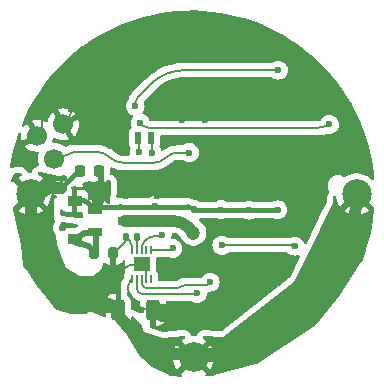
<source format=gbr>
%TF.GenerationSoftware,KiCad,Pcbnew,8.0.3*%
%TF.CreationDate,2025-07-02T10:16:16+03:00*%
%TF.ProjectId,LeafSensorPico,4c656166-5365-46e7-936f-725069636f2e,rev?*%
%TF.SameCoordinates,Original*%
%TF.FileFunction,Copper,L4,Bot*%
%TF.FilePolarity,Positive*%
%FSLAX46Y46*%
G04 Gerber Fmt 4.6, Leading zero omitted, Abs format (unit mm)*
G04 Created by KiCad (PCBNEW 8.0.3) date 2025-07-02 10:16:16*
%MOMM*%
%LPD*%
G01*
G04 APERTURE LIST*
G04 Aperture macros list*
%AMRoundRect*
0 Rectangle with rounded corners*
0 $1 Rounding radius*
0 $2 $3 $4 $5 $6 $7 $8 $9 X,Y pos of 4 corners*
0 Add a 4 corners polygon primitive as box body*
4,1,4,$2,$3,$4,$5,$6,$7,$8,$9,$2,$3,0*
0 Add four circle primitives for the rounded corners*
1,1,$1+$1,$2,$3*
1,1,$1+$1,$4,$5*
1,1,$1+$1,$6,$7*
1,1,$1+$1,$8,$9*
0 Add four rect primitives between the rounded corners*
20,1,$1+$1,$2,$3,$4,$5,0*
20,1,$1+$1,$4,$5,$6,$7,0*
20,1,$1+$1,$6,$7,$8,$9,0*
20,1,$1+$1,$8,$9,$2,$3,0*%
G04 Aperture macros list end*
%TA.AperFunction,ComponentPad*%
%ADD10C,1.700000*%
%TD*%
%TA.AperFunction,SMDPad,CuDef*%
%ADD11R,1.220000X0.910000*%
%TD*%
%TA.AperFunction,SMDPad,CuDef*%
%ADD12RoundRect,0.250000X-0.312500X-0.625000X0.312500X-0.625000X0.312500X0.625000X-0.312500X0.625000X0*%
%TD*%
%TA.AperFunction,SMDPad,CuDef*%
%ADD13C,2.500000*%
%TD*%
%TA.AperFunction,ComponentPad*%
%ADD14C,1.200000*%
%TD*%
%TA.AperFunction,SMDPad,CuDef*%
%ADD15R,0.500000X1.000000*%
%TD*%
%TA.AperFunction,SMDPad,CuDef*%
%ADD16RoundRect,0.200000X-0.200000X-0.275000X0.200000X-0.275000X0.200000X0.275000X-0.200000X0.275000X0*%
%TD*%
%TA.AperFunction,SMDPad,CuDef*%
%ADD17RoundRect,0.140000X0.140000X0.170000X-0.140000X0.170000X-0.140000X-0.170000X0.140000X-0.170000X0*%
%TD*%
%TA.AperFunction,SMDPad,CuDef*%
%ADD18R,1.150000X0.700000*%
%TD*%
%TA.AperFunction,SMDPad,CuDef*%
%ADD19O,0.200000X0.680000*%
%TD*%
%TA.AperFunction,SMDPad,CuDef*%
%ADD20R,1.400000X1.300000*%
%TD*%
%TA.AperFunction,SMDPad,CuDef*%
%ADD21RoundRect,0.225000X0.225000X0.250000X-0.225000X0.250000X-0.225000X-0.250000X0.225000X-0.250000X0*%
%TD*%
%TA.AperFunction,SMDPad,CuDef*%
%ADD22R,0.520000X0.260000*%
%TD*%
%TA.AperFunction,ViaPad*%
%ADD23C,0.600000*%
%TD*%
%TA.AperFunction,Conductor*%
%ADD24C,0.200000*%
%TD*%
%TA.AperFunction,Conductor*%
%ADD25C,0.500000*%
%TD*%
%TA.AperFunction,Conductor*%
%ADD26C,0.400000*%
%TD*%
%TA.AperFunction,Conductor*%
%ADD27C,1.000000*%
%TD*%
G04 APERTURE END LIST*
D10*
%TO.P,SW1,1,1*%
%TO.N,/GPIO4*%
X132620106Y-88977989D03*
%TO.P,SW1,2,2*%
%TO.N,GND*%
X133396563Y-86080212D03*
%TO.P,SW1,3,3*%
X131173076Y-87037345D03*
%TD*%
D11*
%TO.P,D1,1,C*%
%TO.N,+3V3*%
X134340600Y-92543200D03*
%TO.P,D1,2,A*%
%TO.N,Net-(D1-A)*%
X134340600Y-95823200D03*
%TD*%
D12*
%TO.P,R10,1*%
%TO.N,GND1*%
X138059700Y-101777800D03*
%TO.P,R10,2*%
%TO.N,GND*%
X140984700Y-101777800D03*
%TD*%
D13*
%TO.P,TP2,1,1*%
%TO.N,GND1*%
X158216616Y-91988003D03*
%TD*%
%TO.P,TP1,1,1*%
%TO.N,GND1*%
X144416616Y-105788003D03*
%TD*%
D14*
%TO.P,CN1,1,1*%
%TO.N,Net-(Q1-D)*%
X144406616Y-95238003D03*
%TD*%
D15*
%TO.P,X1,1,OSC1*%
%TO.N,Net-(U3-GPIO0{slash}ADC1_CH0{slash}XTAL_32K_P)*%
X139732200Y-87249000D03*
%TO.P,X1,2,OSC2*%
%TO.N,Net-(U3-GPIO1{slash}ADC1_CH1{slash}XTAL_32K_N)*%
X140792200Y-87249000D03*
%TD*%
D16*
%TO.P,R1,1*%
%TO.N,Net-(D1-A)*%
X135966200Y-97002600D03*
%TO.P,R1,2*%
%TO.N,GND1*%
X137616200Y-97002600D03*
%TD*%
D13*
%TO.P,TP3,1,1*%
%TO.N,GND1*%
X130616616Y-91988003D03*
%TD*%
D17*
%TO.P,C10,1*%
%TO.N,Net-(U2-REG)*%
X139649200Y-95605600D03*
%TO.P,C10,2*%
%TO.N,GND1*%
X138689200Y-95605600D03*
%TD*%
D18*
%TO.P,Q1,1,G*%
%TO.N,Net-(D1-A)*%
X136093200Y-95219600D03*
%TO.P,Q1,2,D*%
%TO.N,Net-(Q1-D)*%
X138593200Y-94269600D03*
%TO.P,Q1,3,S*%
%TO.N,+3V3*%
X136093200Y-93319600D03*
%TD*%
D19*
%TO.P,U2,1,N.C.*%
%TO.N,unconnected-(U2-N.C.-Pad1)*%
X140817600Y-99161600D03*
%TO.P,U2,2,AIN*%
%TO.N,GND1*%
X140417600Y-99161600D03*
%TO.P,U2,3,SCL*%
%TO.N,/SCL*%
X140017600Y-99161600D03*
%TO.P,U2,4,SDA*%
%TO.N,/SDA*%
X139617600Y-99161600D03*
%TO.P,U2,5,CSN*%
%TO.N,GND*%
X139217600Y-99161600D03*
%TO.P,U2,6,CSP*%
%TO.N,GND1*%
X139217600Y-96721600D03*
%TO.P,U2,7,REG*%
%TO.N,Net-(U2-REG)*%
X139617600Y-96721600D03*
%TO.P,U2,8,ALRT*%
%TO.N,/ALRT*%
X140017600Y-96721600D03*
%TO.P,U2,9,THRM*%
%TO.N,unconnected-(U2-THRM-Pad9)*%
X140417600Y-96721600D03*
%TO.P,U2,10,BATT*%
%TO.N,+3V3*%
X140817600Y-96721600D03*
D20*
%TO.P,U2,11,EP*%
%TO.N,GND1*%
X140017600Y-97941600D03*
%TD*%
D21*
%TO.P,C6,1*%
%TO.N,+3V3*%
X136385600Y-90017600D03*
%TO.P,C6,2*%
%TO.N,GND1*%
X134835600Y-90017600D03*
%TD*%
D22*
%TO.P,D2,1,C*%
%TO.N,+3V3*%
X134296400Y-91490800D03*
%TO.P,D2,2,A*%
%TO.N,GND1*%
X133216400Y-91490800D03*
%TD*%
D23*
%TO.N,/SDA*%
X153009600Y-96393000D03*
X146812000Y-96316800D03*
%TO.N,GND*%
X142189200Y-98069400D03*
%TO.N,Net-(U3-GPIO0{slash}ADC1_CH0{slash}XTAL_32K_P)*%
X139827000Y-88417400D03*
%TO.N,GND*%
X145389600Y-85674200D03*
X131572000Y-85267800D03*
X140004800Y-79781400D03*
X138404600Y-90322400D03*
X139192000Y-81506000D03*
X144830800Y-102336600D03*
X140766800Y-79781400D03*
X141300200Y-92125800D03*
X133858000Y-82753200D03*
X144018000Y-103022400D03*
X134035800Y-84759800D03*
X152120600Y-78994000D03*
X148793200Y-79806800D03*
X141960600Y-101574600D03*
X134670800Y-81356200D03*
X151104600Y-89636600D03*
X137845800Y-79730600D03*
X141274800Y-90322400D03*
X143408400Y-85725000D03*
X133324600Y-94869000D03*
X142570200Y-102311200D03*
X148031200Y-79806800D03*
X139192000Y-80706000D03*
X149631400Y-79806800D03*
X145389600Y-83743800D03*
X143230600Y-79857600D03*
X138709400Y-92151200D03*
X137388600Y-87934800D03*
X146405600Y-79832200D03*
X141732000Y-102311200D03*
X141579600Y-79806800D03*
X143408400Y-83667600D03*
X144780000Y-79806800D03*
X143992600Y-79857600D03*
X154076400Y-89941400D03*
X147218400Y-79806800D03*
X142341600Y-103200200D03*
X145592800Y-79806800D03*
X142367000Y-79832200D03*
%TO.N,Net-(U3-GPIO1{slash}ADC1_CH1{slash}XTAL_32K_N)*%
X140893800Y-88468200D03*
%TO.N,/~{ESP_RESET}*%
X155908642Y-86084042D03*
X139903200Y-85953600D03*
%TO.N,+3V3*%
X141122400Y-92964000D03*
X146761200Y-93294200D03*
X151536400Y-93319600D03*
X149123400Y-93345000D03*
X144475200Y-93268800D03*
X136601200Y-91795600D03*
X142659100Y-96583500D03*
%TO.N,/SDA*%
X144729200Y-100380800D03*
%TO.N,/SCL*%
X145821400Y-99441000D03*
%TO.N,/GPIO3*%
X139471400Y-84531200D03*
X151587200Y-81483200D03*
%TO.N,/GPIO4*%
X144068800Y-88468200D03*
%TO.N,/ALRT*%
X141757400Y-95478600D03*
%TD*%
D24*
%TO.N,GND1*%
X137542628Y-98147228D02*
X137542628Y-97076172D01*
X137542628Y-97076172D02*
X137616200Y-97002600D01*
%TO.N,/ALRT*%
X141209843Y-95529400D02*
G75*
G03*
X140366787Y-95878587I-43J-1192200D01*
G01*
X140192184Y-96053215D02*
G75*
G03*
X140017608Y-96474700I421516J-421485D01*
G01*
X141732000Y-95504000D02*
G75*
G02*
X141670678Y-95529391I-61300J61300D01*
G01*
%TO.N,Net-(U2-REG)*%
X139649200Y-95730455D02*
G75*
G02*
X139633434Y-95768634I-54000J-45D01*
G01*
X139633400Y-95768600D02*
G75*
G03*
X139617618Y-95806744I38100J-38100D01*
G01*
%TO.N,/GPIO4*%
X142062200Y-88900000D02*
G75*
G02*
X141019742Y-89331818I-1042500J1042500D01*
G01*
X137325100Y-88861900D02*
G75*
G03*
X136190661Y-88392016I-1134400J-1134400D01*
G01*
X134341128Y-88392000D02*
G75*
G03*
X133819892Y-88607892I-28J-737100D01*
G01*
X137325100Y-88861900D02*
G75*
G03*
X138459538Y-89331784I1134400J1134400D01*
G01*
X133811818Y-88615981D02*
G75*
G02*
X133310100Y-88823810I-501718J501681D01*
G01*
X143104657Y-88468200D02*
G75*
G03*
X142062212Y-88900012I43J-1474300D01*
G01*
X133017189Y-88823800D02*
G75*
G03*
X133015503Y-88824503I11J-2400D01*
G01*
%TO.N,/GPIO3*%
X143702769Y-81483200D02*
G75*
G03*
X140728709Y-82715109I31J-4206000D01*
G01*
X139703541Y-83740258D02*
G75*
G03*
X139484123Y-84239101I531459J-531442D01*
G01*
%TO.N,/SCL*%
X145803439Y-99509760D02*
G75*
G03*
X145821405Y-99466400I-43339J43360D01*
G01*
X145821400Y-99466400D02*
G75*
G03*
X145839335Y-99473814I10500J0D01*
G01*
X140150900Y-99815700D02*
G75*
G03*
X140472714Y-99948994I321800J321800D01*
G01*
X145719800Y-99593400D02*
G75*
G02*
X145474515Y-99695007I-245300J245300D01*
G01*
X143638805Y-99695000D02*
G75*
G03*
X143332198Y-99821998I-5J-433600D01*
G01*
X145854239Y-99458960D02*
G75*
G03*
X145846800Y-99440965I-7439J7460D01*
G01*
X143332200Y-99822000D02*
G75*
G02*
X143025594Y-99948998I-306600J306600D01*
G01*
X140017600Y-99493885D02*
G75*
G03*
X140150896Y-99815704I455100J-15D01*
G01*
X145839360Y-99473839D02*
X145803439Y-99509760D01*
%TO.N,/SDA*%
X144716499Y-100418899D02*
G75*
G02*
X144685839Y-100431615I-30699J30699D01*
G01*
X139747700Y-100301500D02*
G75*
G03*
X140061789Y-100431604I314100J314100D01*
G01*
X139617600Y-99987410D02*
G75*
G03*
X139747703Y-100301497I444200J10D01*
G01*
X144729200Y-100393500D02*
G75*
G02*
X144720228Y-100415189I-30700J0D01*
G01*
X144763580Y-100371819D02*
G75*
G02*
X144741900Y-100380788I-21680J21719D01*
G01*
X152971500Y-96354900D02*
G75*
G03*
X152879518Y-96316792I-92000J-92000D01*
G01*
D25*
%TO.N,Net-(D1-A)*%
X134640322Y-95679703D02*
G75*
G02*
X134355213Y-95797810I-285122J285103D01*
G01*
X134478248Y-96087848D02*
G75*
G03*
X134827610Y-96232556I349352J349348D01*
G01*
X134355213Y-95797800D02*
G75*
G03*
X134306264Y-95915928I-13J-69200D01*
G01*
X135963450Y-96771250D02*
G75*
G03*
X136143912Y-96696463I74750J74750D01*
G01*
D26*
%TO.N,+3V3*%
X135556439Y-92782839D02*
G75*
G03*
X134828700Y-92481406I-727739J-727761D01*
G01*
X136570165Y-93040200D02*
G75*
G03*
X136232910Y-93179910I35J-477000D01*
G01*
X138239500Y-93052900D02*
G75*
G03*
X138208839Y-93040184I-30700J-30700D01*
G01*
D25*
X136493400Y-90125400D02*
G75*
G02*
X136601220Y-90385652I-260300J-260300D01*
G01*
D26*
X138239500Y-93052900D02*
G75*
G03*
X138264900Y-93052900I12700J12702D01*
G01*
X134446099Y-92481400D02*
G75*
G03*
X134371500Y-92512300I1J-105500D01*
G01*
X136220200Y-93192600D02*
G75*
G02*
X135966200Y-93192600I-127000J127000D01*
G01*
D25*
X136220200Y-93192600D02*
X136220200Y-93192600D01*
D26*
X135966200Y-93192600D02*
G75*
G03*
X136220200Y-93192600I127000J127000D01*
G01*
X138295560Y-93040200D02*
G75*
G03*
X138264912Y-93052912I40J-43400D01*
G01*
X144248778Y-93179900D02*
G75*
G03*
X143911512Y-93040201I-337278J-337300D01*
G01*
X134296400Y-92467745D02*
G75*
G03*
X134318513Y-92521087I75500J45D01*
G01*
X134318500Y-92521100D02*
G75*
G03*
X134362700Y-92521100I22100J22100D01*
G01*
D24*
X142590050Y-96652550D02*
G75*
G02*
X142423348Y-96721620I-166750J166750D01*
G01*
%TO.N,/~{ESP_RESET}*%
X155866830Y-86084042D02*
G75*
G03*
X155795434Y-86113589I-30J-100958D01*
G01*
%TO.N,GND*%
X131572000Y-86356339D02*
G75*
G02*
X131372517Y-86837862I-681000J39D01*
G01*
X138887200Y-100076000D02*
G75*
G03*
X139282323Y-101029939I1349100J0D01*
G01*
X141859000Y-101676200D02*
G75*
G02*
X141613715Y-101777807I-245300J245300D01*
G01*
X134035800Y-85100387D02*
G75*
G02*
X133794985Y-85681823I-822300J-13D01*
G01*
X139052399Y-99351999D02*
G75*
G03*
X138887210Y-99750828I398801J-398801D01*
G01*
X141274225Y-101853425D02*
G75*
G03*
X141091650Y-101777765I-182625J-182575D01*
G01*
X141091650Y-101777800D02*
X141091650Y-101777800D01*
X139692733Y-101440333D02*
G75*
G03*
X140507450Y-101777830I814767J814733D01*
G01*
X139217600Y-99174200D02*
G75*
G02*
X139208687Y-99195706I-30400J0D01*
G01*
X140877750Y-101777800D02*
X141091650Y-101777800D01*
D27*
X141091650Y-101777800D02*
X140877750Y-101777800D01*
%TO.N,GND1*%
X151898350Y-103485950D02*
G75*
G03*
X151643475Y-103601037I432750J-1298150D01*
G01*
X132809161Y-100068561D02*
G75*
G03*
X135831850Y-101320643I3022739J3022661D01*
G01*
X138059700Y-102062550D02*
G75*
G03*
X137858316Y-101576486I-687400J-50D01*
G01*
X137858351Y-101576451D02*
G75*
G03*
X138059816Y-101493050I83449J83451D01*
G01*
X139681007Y-103968607D02*
G75*
G03*
X143528763Y-105562411I3847793J3847807D01*
G01*
X157974641Y-94659843D02*
G75*
G03*
X157956251Y-94926150I6217559J-563157D01*
G01*
D24*
X137542628Y-98147228D02*
G75*
G02*
X138059734Y-99395550I-1248328J-1248372D01*
G01*
D27*
X133216352Y-91490848D02*
G75*
G02*
X133216238Y-91490909I-152J148D01*
G01*
D24*
X138760200Y-95767600D02*
G75*
G02*
X138695855Y-95922948I-219700J0D01*
G01*
X137654300Y-96964500D02*
G75*
G03*
X137654300Y-97040700I38100J-38100D01*
G01*
D27*
X130616616Y-95622052D02*
G75*
G03*
X132210377Y-99469839I5441584J-48D01*
G01*
D24*
X137704197Y-96951800D02*
G75*
G03*
X137794000Y-96861997I3J89800D01*
G01*
X137857500Y-97015300D02*
G75*
G03*
X137704197Y-96951801I-153300J-153300D01*
G01*
X137794000Y-96861997D02*
G75*
G03*
X137857499Y-97015301I216800J-3D01*
G01*
X130898518Y-91988003D02*
G75*
G03*
X130616603Y-92269905I-18J-281897D01*
G01*
D27*
X133216332Y-91490800D02*
G75*
G03*
X133216441Y-91490745I-32J200D01*
G01*
X133216371Y-91490800D02*
X133216370Y-91490806D01*
X133216370Y-91490812D01*
X133216368Y-91490818D01*
X133216366Y-91490824D01*
X133216364Y-91490830D01*
X133216361Y-91490835D01*
X133216358Y-91490841D01*
X133216354Y-91490845D01*
X133216352Y-91490848D01*
X146817393Y-105562400D02*
G75*
G03*
X147612101Y-105486203I7J4182300D01*
G01*
X146818687Y-105594585D02*
G75*
G03*
X146817393Y-105562364I-1287J16085D01*
G01*
X147612100Y-105486200D02*
G75*
G02*
X146818687Y-105594590I-1373700J7097400D01*
G01*
D24*
X140217600Y-98141600D02*
G75*
G03*
X139734757Y-97941618I-482800J-482800D01*
G01*
D27*
X137831100Y-101549200D02*
G75*
G03*
X137279210Y-101320596I-551900J-551900D01*
G01*
D24*
X139009852Y-95926252D02*
G75*
G02*
X139217599Y-96427800I-501552J-501548D01*
G01*
D27*
X157383399Y-96462200D02*
G75*
G02*
X156489605Y-98244068I-79060399J38542000D01*
G01*
D24*
X134762600Y-90017600D02*
G75*
G03*
X134637989Y-90069226I0J-176200D01*
G01*
X138059700Y-99435650D02*
X138059700Y-99435650D01*
X138461150Y-98343050D02*
G75*
G03*
X138059715Y-99312236I969150J-969150D01*
G01*
X138824546Y-95740946D02*
G75*
G03*
X138760211Y-95767600I-26646J-26654D01*
G01*
X139430336Y-97941600D02*
G75*
G03*
X138461139Y-98343039I-36J-1370600D01*
G01*
D27*
X155067000Y-100920550D02*
G75*
G02*
X154882515Y-101134137I-803500J507550D01*
G01*
X138059700Y-102062550D02*
G75*
G03*
X138261033Y-102548663I687400J-50D01*
G01*
D24*
X140217600Y-98141600D02*
G75*
G02*
X140417582Y-98624442I-482800J-482800D01*
G01*
X138059700Y-101493050D02*
X138059700Y-102062550D01*
D26*
X133216447Y-91490751D02*
X133216352Y-91490848D01*
D24*
X138059700Y-100817950D02*
X138059700Y-99435650D01*
X138059700Y-99435650D02*
X138059700Y-100817950D01*
%TO.N,/SDA*%
X146812000Y-96316800D02*
X152879518Y-96316800D01*
X153009600Y-96393000D02*
X152971500Y-96354900D01*
X152738521Y-96359279D02*
X152755600Y-96342200D01*
%TO.N,+3V3*%
X142423348Y-96721600D02*
X140817600Y-96721600D01*
X142659100Y-96583500D02*
X142590050Y-96652550D01*
%TO.N,GND1*%
X139009852Y-95926252D02*
X138824546Y-95740946D01*
X138695853Y-95922946D02*
X137654300Y-96964500D01*
X139217600Y-96427800D02*
X139217600Y-96721600D01*
X138059700Y-101493050D02*
X138059700Y-100817950D01*
D27*
X155067000Y-100920550D02*
X155143200Y-100799900D01*
X137858351Y-101576451D02*
X137831100Y-101549200D01*
X155426444Y-100304963D02*
X156489604Y-98244068D01*
X157820199Y-95566201D02*
X157383399Y-96462200D01*
D24*
X138059700Y-99395550D02*
X138059700Y-99435650D01*
D27*
X157956250Y-94926150D02*
X157949900Y-95059500D01*
X157974641Y-94659843D02*
X158216616Y-91988003D01*
D24*
X137704197Y-96951800D02*
X137441205Y-96951800D01*
D27*
X135831850Y-101320600D02*
X137279210Y-101320600D01*
D24*
X130898518Y-91988003D02*
X131180421Y-91988003D01*
X137857500Y-97015300D02*
X137921000Y-97078800D01*
D27*
X144501324Y-105781182D02*
X146818687Y-105594585D01*
X148005800Y-105410000D02*
X147612100Y-105486200D01*
X133216332Y-91490800D02*
X132812242Y-91490800D01*
D24*
X140417600Y-98624442D02*
X140417600Y-99161600D01*
X137654300Y-97040700D02*
X137692400Y-97078800D01*
D27*
X152511705Y-103169479D02*
X154882527Y-101134151D01*
D26*
X133216447Y-91490751D02*
X134637981Y-90069218D01*
D27*
X130616616Y-95622052D02*
X130616616Y-92269905D01*
D24*
X137794000Y-96861997D02*
X137794000Y-96673400D01*
X134762600Y-90017600D02*
X134835600Y-90017600D01*
D27*
X133216236Y-91490896D02*
X132222814Y-91490896D01*
X143528763Y-105562400D02*
X146817393Y-105562400D01*
D24*
X139734757Y-97941600D02*
X139430336Y-97941600D01*
D27*
X151898350Y-103485950D02*
X152031700Y-103441500D01*
X139681007Y-103968607D02*
X138261048Y-102548648D01*
D24*
X138059700Y-99435650D02*
X138059700Y-99312236D01*
D27*
X132809161Y-100068561D02*
X132210408Y-99469808D01*
X144476708Y-105727911D02*
X144536800Y-105667819D01*
X131780598Y-91739401D02*
X131849594Y-91670405D01*
X151643471Y-103601031D02*
X149486605Y-104854594D01*
X131780598Y-91739401D02*
G75*
G02*
X131180421Y-91988010I-600198J600201D01*
G01*
X155426444Y-100304963D02*
G75*
G02*
X155143201Y-100799901I-5824044J3004463D01*
G01*
X152031700Y-103441500D02*
G75*
G03*
X152511705Y-103169479I-452900J1358700D01*
G01*
X131849594Y-91670405D02*
G75*
G02*
X132222812Y-91490879I448506J-454695D01*
G01*
X157820199Y-95566201D02*
G75*
G03*
X157949895Y-95059500I-1165999J568401D01*
G01*
X144476708Y-105727911D02*
G75*
G03*
X144501321Y-105781139I22092J-22089D01*
G01*
X148005800Y-105410000D02*
G75*
G03*
X149486610Y-104854602I-900500J4652700D01*
G01*
D24*
%TO.N,Net-(U3-GPIO0{slash}ADC1_CH0{slash}XTAL_32K_P)*%
X139827000Y-88417400D02*
X139827000Y-87410833D01*
X139779600Y-87296400D02*
X139732200Y-87249000D01*
X139779600Y-87296400D02*
G75*
G02*
X139826986Y-87410833I-114400J-114400D01*
G01*
%TO.N,GND*%
X138887200Y-100076000D02*
X138887200Y-99750828D01*
X139282331Y-101029931D02*
X139692733Y-101440333D01*
X140877750Y-101777800D02*
X140507450Y-101777800D01*
D27*
X142570200Y-102311200D02*
X141732000Y-102311200D01*
D24*
X141732000Y-102311200D02*
X141274225Y-101853425D01*
X139217600Y-99174200D02*
X139217600Y-99161600D01*
X134035800Y-84759800D02*
X134035800Y-85100387D01*
X141859000Y-101676200D02*
X141960600Y-101574600D01*
X133794968Y-85681806D02*
X133396563Y-86080212D01*
X131372538Y-86837883D02*
X131173076Y-87037345D01*
X131572000Y-86356339D02*
X131572000Y-85267800D01*
D27*
X141613715Y-101777800D02*
X141091650Y-101777800D01*
D24*
X139052399Y-99351999D02*
X139208690Y-99195709D01*
%TO.N,Net-(U3-GPIO1{slash}ADC1_CH1{slash}XTAL_32K_N)*%
X140893800Y-88468200D02*
X140893800Y-87422442D01*
X140843000Y-87299800D02*
X140792200Y-87249000D01*
X140843000Y-87299800D02*
G75*
G02*
X140893783Y-87422442I-122600J-122600D01*
G01*
%TO.N,/~{ESP_RESET}*%
X155866830Y-86084042D02*
X155908642Y-86084042D01*
X140131800Y-86182200D02*
X139903200Y-85953600D01*
X154789095Y-86410800D02*
X140683689Y-86410800D01*
X155795452Y-86113607D02*
X155710712Y-86198348D01*
X155710712Y-86198348D02*
G75*
G02*
X154789095Y-86410805I-927112J1916548D01*
G01*
X140131800Y-86182200D02*
G75*
G03*
X140683689Y-86410804I551900J551900D01*
G01*
D26*
%TO.N,+3V3*%
X149166760Y-93319600D02*
X151536400Y-93319600D01*
X134296400Y-92467745D02*
X134296400Y-91490800D01*
X146748500Y-93306900D02*
X146761200Y-93294200D01*
X134371500Y-92512300D02*
X134362700Y-92521100D01*
X144388478Y-93319600D02*
X144248778Y-93179900D01*
X135556439Y-92782839D02*
X135966200Y-93192600D01*
D25*
X136347200Y-93065600D02*
X136220200Y-93192600D01*
X136601200Y-90385652D02*
X136601200Y-92452389D01*
D26*
X136570165Y-93040200D02*
X138208839Y-93040200D01*
X138295560Y-93040200D02*
X143911512Y-93040200D01*
D25*
X136493400Y-90125400D02*
X136385600Y-90017600D01*
D26*
X144475200Y-93268800D02*
X144500600Y-93294200D01*
X134828700Y-92481400D02*
X134446099Y-92481400D01*
D25*
X136601200Y-91795600D02*
X136601200Y-92452389D01*
D26*
X146761200Y-93294200D02*
X146773900Y-93306900D01*
X149136100Y-93332300D02*
X149123400Y-93345000D01*
X136232900Y-93179900D02*
X136220200Y-93192600D01*
X149080039Y-93319600D02*
X146804560Y-93319600D01*
X149110700Y-93332300D02*
X149123400Y-93345000D01*
X146717839Y-93319600D02*
X144561921Y-93319600D01*
X144449800Y-93294200D02*
X144475200Y-93268800D01*
X146748500Y-93306900D02*
G75*
G02*
X146717839Y-93319616I-30700J30700D01*
G01*
X144388478Y-93319600D02*
G75*
G03*
X144449806Y-93294206I22J86700D01*
G01*
X149080039Y-93319600D02*
G75*
G02*
X149110688Y-93332312I-39J-43400D01*
G01*
X146773900Y-93306900D02*
G75*
G03*
X146804560Y-93319616I30700J30700D01*
G01*
X144561921Y-93319600D02*
G75*
G02*
X144500594Y-93294206I-21J86700D01*
G01*
D25*
X136347200Y-93065600D02*
G75*
G03*
X136601196Y-92452389I-613200J613200D01*
G01*
D26*
X149166760Y-93319600D02*
G75*
G03*
X149136112Y-93332312I40J-43400D01*
G01*
D27*
%TO.N,Net-(Q1-D)*%
X143922414Y-94753801D02*
X144406616Y-95238003D01*
X142753448Y-94269600D02*
X138593200Y-94269600D01*
X142753448Y-94269600D02*
G75*
G02*
X143922446Y-94753769I52J-1653200D01*
G01*
D25*
%TO.N,Net-(D1-A)*%
X136144000Y-96696463D02*
X136144000Y-95306321D01*
X134827610Y-96232559D02*
X135032262Y-96232559D01*
X134640322Y-95679703D02*
X134829755Y-95490271D01*
X135594900Y-95219600D02*
X136057278Y-95219600D01*
X134478248Y-96087848D02*
X134306296Y-95915896D01*
X135782900Y-96590700D02*
X135963450Y-96771250D01*
X135782900Y-96590700D02*
G75*
G03*
X135032261Y-96232566I-887000J-893400D01*
G01*
X134829755Y-95490271D02*
G75*
G02*
X135594900Y-95219601I769845J-959429D01*
G01*
D24*
%TO.N,/SDA*%
X144729200Y-100380800D02*
X144729200Y-100393500D01*
X144716499Y-100418899D02*
X144720219Y-100415180D01*
X144685839Y-100431600D02*
X140061789Y-100431600D01*
X144729200Y-100380800D02*
X144741900Y-100380800D01*
X144763580Y-100371819D02*
X144780000Y-100355400D01*
X139617600Y-99987410D02*
X139617600Y-99161600D01*
%TO.N,/SCL*%
X140017600Y-99493885D02*
X140017600Y-99161600D01*
X145474515Y-99695000D02*
X143638805Y-99695000D01*
X140472714Y-99949000D02*
X143025594Y-99949000D01*
X145803439Y-99509760D02*
X145719800Y-99593400D01*
X145839360Y-99473839D02*
X145854239Y-99458960D01*
X145821400Y-99466400D02*
X145821400Y-99441000D01*
X145821400Y-99441000D02*
X145846800Y-99441000D01*
%TO.N,/GPIO3*%
X139471400Y-84531200D02*
X139496800Y-84480400D01*
X139471400Y-84531200D02*
X139484100Y-84239100D01*
X143702769Y-81483200D02*
X151587200Y-81483200D01*
X140728699Y-82715099D02*
X139703541Y-83740258D01*
%TO.N,/GPIO4*%
X133015500Y-88824500D02*
X133014800Y-88825200D01*
X141019742Y-89331800D02*
X138459538Y-89331800D01*
X144068800Y-88468200D02*
X143104657Y-88468200D01*
X136190661Y-88392000D02*
X134341128Y-88392000D01*
X133819899Y-88607899D02*
X133811818Y-88615981D01*
X133310100Y-88823800D02*
X133017189Y-88823800D01*
%TO.N,Net-(U2-REG)*%
X139617600Y-95806744D02*
X139617600Y-96721600D01*
X139649200Y-95730455D02*
X139649200Y-95605600D01*
%TO.N,/ALRT*%
X141757400Y-95478600D02*
X141732000Y-95504000D01*
X141757400Y-95478600D02*
X141732000Y-95504000D01*
X140017600Y-96474700D02*
X140017600Y-96721600D01*
X141209843Y-95529400D02*
X141670678Y-95529400D01*
X140366799Y-95878599D02*
X140192184Y-96053215D01*
%TD*%
%TA.AperFunction,Conductor*%
%TO.N,GND*%
G36*
X144771542Y-103776353D02*
G01*
X144769557Y-103778553D01*
X144707128Y-103908186D01*
X144692814Y-103953494D01*
X144653848Y-104011489D01*
X144589713Y-104039211D01*
X144556093Y-104038753D01*
X144547803Y-104037503D01*
X144547798Y-104037503D01*
X144319577Y-104037503D01*
X144252538Y-104017818D01*
X144206783Y-103965014D01*
X144199831Y-103945704D01*
X144191127Y-103913334D01*
X144190721Y-103911465D01*
X144189558Y-103907498D01*
X144134202Y-103778553D01*
X144132801Y-103775289D01*
X144086875Y-103719769D01*
X144771542Y-103776353D01*
G37*
%TD.AperFunction*%
%TA.AperFunction,Conductor*%
G36*
X142562672Y-103593802D02*
G01*
X141907254Y-103672768D01*
X141855436Y-103668014D01*
X141278285Y-103487655D01*
X142562672Y-103593802D01*
G37*
%TD.AperFunction*%
%TA.AperFunction,Conductor*%
G36*
X144450323Y-76430727D02*
G01*
X145219383Y-76459909D01*
X145225523Y-76460296D01*
X145992126Y-76527872D01*
X145998285Y-76528570D01*
X146760567Y-76634371D01*
X146766674Y-76635376D01*
X147522694Y-76779136D01*
X147528742Y-76780443D01*
X147867593Y-76862614D01*
X148276621Y-76961802D01*
X148282606Y-76963412D01*
X149020527Y-77181929D01*
X149026424Y-77183837D01*
X149752480Y-77438950D01*
X149758220Y-77441129D01*
X150391880Y-77700035D01*
X150470644Y-77732217D01*
X150476322Y-77734704D01*
X151173311Y-78061030D01*
X151178816Y-78063778D01*
X151858643Y-78424537D01*
X151863998Y-78427553D01*
X152430804Y-78765674D01*
X152524901Y-78821807D01*
X152530144Y-78825114D01*
X153170546Y-79251922D01*
X153175616Y-79255488D01*
X153793847Y-79713733D01*
X153798730Y-79717544D01*
X154050717Y-79924611D01*
X154393318Y-80206137D01*
X154398007Y-80210191D01*
X154967414Y-80727868D01*
X154971895Y-80732151D01*
X155514736Y-81277653D01*
X155518997Y-81282155D01*
X156033887Y-81854086D01*
X156037918Y-81858795D01*
X156220895Y-82083700D01*
X156523586Y-82455749D01*
X156527377Y-82460654D01*
X156982607Y-83081134D01*
X156986148Y-83086222D01*
X157409802Y-83728675D01*
X157413084Y-83733933D01*
X157804108Y-84396763D01*
X157807123Y-84402179D01*
X158164535Y-85083724D01*
X158167275Y-85089284D01*
X158490168Y-85787807D01*
X158492628Y-85793497D01*
X158779962Y-86506671D01*
X158780220Y-86507310D01*
X158782388Y-86513104D01*
X158822898Y-86630224D01*
X159033953Y-87240412D01*
X159035832Y-87246319D01*
X159151173Y-87642927D01*
X159242854Y-87958182D01*
X159250730Y-87985262D01*
X159252310Y-87991249D01*
X159257838Y-88014542D01*
X159430016Y-88740030D01*
X159431296Y-88746095D01*
X159571360Y-89502812D01*
X159572335Y-89508933D01*
X159674408Y-90271707D01*
X159675073Y-90277825D01*
X159709626Y-90691212D01*
X159695594Y-90759659D01*
X159646785Y-90809653D01*
X159578695Y-90825322D01*
X159512942Y-90801692D01*
X159501716Y-90792440D01*
X159311095Y-90615570D01*
X159233678Y-90562788D01*
X159094320Y-90467775D01*
X159094316Y-90467773D01*
X159094313Y-90467771D01*
X159094312Y-90467770D01*
X158857941Y-90353941D01*
X158857943Y-90353941D01*
X158607239Y-90276609D01*
X158607235Y-90276608D01*
X158607231Y-90276607D01*
X158476579Y-90256914D01*
X158347803Y-90237503D01*
X158347798Y-90237503D01*
X158085434Y-90237503D01*
X158085428Y-90237503D01*
X157923863Y-90261856D01*
X157826001Y-90276607D01*
X157825998Y-90276608D01*
X157825992Y-90276609D01*
X157575289Y-90353941D01*
X157338919Y-90467770D01*
X157338913Y-90467774D01*
X157338912Y-90467775D01*
X157317192Y-90482583D01*
X157237434Y-90536960D01*
X157170955Y-90558459D01*
X157103405Y-90540604D01*
X157078118Y-90520364D01*
X157068195Y-90510024D01*
X157068186Y-90510016D01*
X156954810Y-90421449D01*
X156954809Y-90421448D01*
X156909375Y-90403429D01*
X156821071Y-90368407D01*
X156821057Y-90368403D01*
X156753115Y-90352152D01*
X156609842Y-90338938D01*
X156609839Y-90338938D01*
X156468657Y-90366620D01*
X156468648Y-90366622D01*
X156402706Y-90389683D01*
X156402692Y-90389689D01*
X156402679Y-90389695D01*
X156275026Y-90456028D01*
X156275022Y-90456031D01*
X156088790Y-90589557D01*
X156088775Y-90589568D01*
X156032347Y-90636594D01*
X156006499Y-90661533D01*
X156006497Y-90661535D01*
X155957508Y-90716206D01*
X155957506Y-90716208D01*
X155957506Y-90716209D01*
X155904603Y-90809653D01*
X155886618Y-90841420D01*
X155861392Y-90906006D01*
X155861207Y-90906471D01*
X155861199Y-90906497D01*
X155861197Y-90906506D01*
X155828460Y-91046612D01*
X155801297Y-91358992D01*
X155801157Y-91360598D01*
X155801157Y-91360599D01*
X155809137Y-91503838D01*
X155822845Y-91572153D01*
X155870740Y-91707371D01*
X155874856Y-91715219D01*
X155871850Y-91716795D01*
X155889676Y-91767233D01*
X155873647Y-91835239D01*
X155862795Y-91849302D01*
X155863718Y-91850015D01*
X155858296Y-91857029D01*
X155787412Y-91982240D01*
X155761998Y-92047309D01*
X155761996Y-92047315D01*
X155761996Y-92047317D01*
X155729259Y-92187424D01*
X155722321Y-92267211D01*
X155693417Y-92599600D01*
X155681672Y-92642516D01*
X155427532Y-93171977D01*
X155427532Y-93171978D01*
X155403686Y-93221657D01*
X153997483Y-96151244D01*
X153950727Y-96203163D01*
X153883323Y-96221562D01*
X153816672Y-96200600D01*
X153771935Y-96146930D01*
X153768652Y-96138539D01*
X153762159Y-96119984D01*
X153735389Y-96043478D01*
X153639416Y-95890738D01*
X153511862Y-95763184D01*
X153359123Y-95667211D01*
X153188854Y-95607631D01*
X153188849Y-95607630D01*
X153009604Y-95587435D01*
X153009596Y-95587435D01*
X152830350Y-95607630D01*
X152830337Y-95607633D01*
X152660081Y-95667209D01*
X152660077Y-95667210D01*
X152612201Y-95697294D01*
X152546229Y-95716300D01*
X147394412Y-95716300D01*
X147327373Y-95696615D01*
X147317097Y-95689245D01*
X147314263Y-95686985D01*
X147314262Y-95686984D01*
X147203652Y-95617483D01*
X147161523Y-95591011D01*
X146991254Y-95531431D01*
X146991249Y-95531430D01*
X146812004Y-95511235D01*
X146811996Y-95511235D01*
X146632750Y-95531430D01*
X146632745Y-95531431D01*
X146462476Y-95591011D01*
X146309737Y-95686984D01*
X146182184Y-95814537D01*
X146086211Y-95967276D01*
X146026631Y-96137545D01*
X146026630Y-96137550D01*
X146006435Y-96316796D01*
X146006435Y-96316803D01*
X146026630Y-96496049D01*
X146026631Y-96496054D01*
X146086211Y-96666323D01*
X146146800Y-96762749D01*
X146182184Y-96819062D01*
X146309738Y-96946616D01*
X146462478Y-97042589D01*
X146632745Y-97102168D01*
X146632750Y-97102169D01*
X146811996Y-97122365D01*
X146812000Y-97122365D01*
X146812004Y-97122365D01*
X146991249Y-97102169D01*
X146991252Y-97102168D01*
X146991255Y-97102168D01*
X147161522Y-97042589D01*
X147314262Y-96946616D01*
X147314267Y-96946610D01*
X147317097Y-96944355D01*
X147319275Y-96943465D01*
X147320158Y-96942911D01*
X147320255Y-96943065D01*
X147381783Y-96917945D01*
X147394412Y-96917300D01*
X152350460Y-96917300D01*
X152417499Y-96936985D01*
X152438141Y-96953619D01*
X152507338Y-97022816D01*
X152660078Y-97118789D01*
X152830339Y-97178366D01*
X152830345Y-97178368D01*
X152830350Y-97178369D01*
X153009596Y-97198565D01*
X153009600Y-97198565D01*
X153009604Y-97198565D01*
X153188849Y-97178369D01*
X153188851Y-97178368D01*
X153188855Y-97178368D01*
X153188858Y-97178366D01*
X153188862Y-97178366D01*
X153261435Y-97152972D01*
X153331214Y-97149410D01*
X153391841Y-97184138D01*
X153424069Y-97246132D01*
X153417664Y-97315707D01*
X153413299Y-97325468D01*
X152544948Y-99062169D01*
X152510282Y-99104504D01*
X146813072Y-103546395D01*
X146748099Y-103572092D01*
X146730532Y-103572445D01*
X146388495Y-103555053D01*
X146253200Y-100736400D01*
X145448229Y-100741080D01*
X145454989Y-100730322D01*
X145514568Y-100560055D01*
X145516348Y-100544263D01*
X145533719Y-100390082D01*
X145560785Y-100325668D01*
X145618380Y-100286113D01*
X145637523Y-100281495D01*
X145696380Y-100272171D01*
X145761554Y-100250992D01*
X145813760Y-100245704D01*
X145819686Y-100246371D01*
X145821399Y-100246565D01*
X145821400Y-100246565D01*
X145821404Y-100246565D01*
X146000649Y-100226369D01*
X146000652Y-100226368D01*
X146000655Y-100226368D01*
X146170922Y-100166789D01*
X146323662Y-100070816D01*
X146451216Y-99943262D01*
X146547189Y-99790522D01*
X146606768Y-99620255D01*
X146609445Y-99596499D01*
X146626965Y-99441003D01*
X146626965Y-99440996D01*
X146606769Y-99261750D01*
X146606768Y-99261745D01*
X146559238Y-99125912D01*
X146547189Y-99091478D01*
X146540973Y-99081586D01*
X146451215Y-98938737D01*
X146323662Y-98811184D01*
X146170923Y-98715211D01*
X146000654Y-98655631D01*
X146000649Y-98655630D01*
X145821404Y-98635435D01*
X145821396Y-98635435D01*
X145642150Y-98655630D01*
X145642145Y-98655631D01*
X145471876Y-98715211D01*
X145319137Y-98811184D01*
X145191584Y-98938737D01*
X145130174Y-99036472D01*
X145077839Y-99082763D01*
X145025180Y-99094500D01*
X143557440Y-99094500D01*
X143557426Y-99094501D01*
X143396657Y-99119963D01*
X143396648Y-99119965D01*
X143241855Y-99170259D01*
X143096816Y-99244160D01*
X143096807Y-99244166D01*
X142985799Y-99324818D01*
X142919993Y-99348298D01*
X142912914Y-99348500D01*
X141542100Y-99348500D01*
X141475061Y-99328815D01*
X141429306Y-99276011D01*
X141418100Y-99224500D01*
X141418100Y-98842545D01*
X141418100Y-98842543D01*
X141377177Y-98689816D01*
X141357441Y-98655632D01*
X141298124Y-98552890D01*
X141298118Y-98552882D01*
X141254418Y-98509182D01*
X141220933Y-98447859D01*
X141218099Y-98421501D01*
X141218099Y-97461699D01*
X141237784Y-97394660D01*
X141254421Y-97374015D01*
X141270021Y-97358416D01*
X141331345Y-97324933D01*
X141357699Y-97322100D01*
X142325120Y-97322100D01*
X142366074Y-97329058D01*
X142380815Y-97334216D01*
X142479845Y-97368868D01*
X142479851Y-97368868D01*
X142479853Y-97368869D01*
X142659096Y-97389065D01*
X142659100Y-97389065D01*
X142659104Y-97389065D01*
X142838349Y-97368869D01*
X142838352Y-97368868D01*
X142838355Y-97368868D01*
X143008622Y-97309289D01*
X143161362Y-97213316D01*
X143288916Y-97085762D01*
X143384889Y-96933022D01*
X143444468Y-96762755D01*
X143445665Y-96752133D01*
X143464665Y-96583503D01*
X143464665Y-96583496D01*
X143444469Y-96404250D01*
X143444468Y-96404245D01*
X143407144Y-96297580D01*
X143384889Y-96233978D01*
X143380722Y-96227347D01*
X143330193Y-96146930D01*
X143288916Y-96081238D01*
X143161362Y-95953684D01*
X143119127Y-95927146D01*
X143008623Y-95857711D01*
X142838354Y-95798131D01*
X142838350Y-95798130D01*
X142654086Y-95777369D01*
X142589672Y-95750302D01*
X142550117Y-95692707D01*
X142544750Y-95640265D01*
X142562965Y-95478602D01*
X142562965Y-95478597D01*
X142555009Y-95407986D01*
X142567063Y-95339164D01*
X142614412Y-95287784D01*
X142678223Y-95270102D01*
X142747394Y-95270100D01*
X142759541Y-95270696D01*
X142868658Y-95281440D01*
X142892500Y-95286181D01*
X142991575Y-95316231D01*
X143014023Y-95325529D01*
X143105332Y-95374331D01*
X143125540Y-95387832D01*
X143209947Y-95457099D01*
X143218946Y-95465254D01*
X143221156Y-95467463D01*
X143348107Y-95594414D01*
X143372876Y-95632422D01*
X143373479Y-95632122D01*
X143390950Y-95667209D01*
X143466943Y-95819824D01*
X143495554Y-95857711D01*
X143589853Y-95982584D01*
X143740574Y-96119983D01*
X143740576Y-96119985D01*
X143824791Y-96172128D01*
X143913979Y-96227351D01*
X144104160Y-96301027D01*
X144304640Y-96338503D01*
X144304642Y-96338503D01*
X144508590Y-96338503D01*
X144508592Y-96338503D01*
X144709072Y-96301027D01*
X144899253Y-96227351D01*
X145072657Y-96119984D01*
X145223380Y-95982582D01*
X145346289Y-95819824D01*
X145437198Y-95637253D01*
X145493013Y-95441086D01*
X145511831Y-95238003D01*
X145501440Y-95125869D01*
X145493013Y-95034920D01*
X145476574Y-94977144D01*
X145437198Y-94838753D01*
X145435520Y-94835384D01*
X145371405Y-94706622D01*
X145346289Y-94656182D01*
X145253756Y-94533648D01*
X145223378Y-94493421D01*
X145072657Y-94356022D01*
X145072655Y-94356020D01*
X144900662Y-94249527D01*
X144854026Y-94197499D01*
X144842922Y-94128517D01*
X144870875Y-94064483D01*
X144929010Y-94025727D01*
X144965939Y-94020100D01*
X146390925Y-94020100D01*
X146431879Y-94027057D01*
X146556853Y-94070788D01*
X146581945Y-94079568D01*
X146581950Y-94079569D01*
X146761196Y-94099765D01*
X146761200Y-94099765D01*
X146761204Y-94099765D01*
X146940449Y-94079569D01*
X146940452Y-94079568D01*
X146940455Y-94079568D01*
X147090520Y-94027057D01*
X147131475Y-94020100D01*
X148657483Y-94020100D01*
X148723456Y-94039107D01*
X148773875Y-94070788D01*
X148944145Y-94130368D01*
X148944150Y-94130369D01*
X149123396Y-94150565D01*
X149123400Y-94150565D01*
X149123404Y-94150565D01*
X149302649Y-94130369D01*
X149302652Y-94130368D01*
X149302655Y-94130368D01*
X149472922Y-94070789D01*
X149496675Y-94055864D01*
X149523344Y-94039107D01*
X149589317Y-94020100D01*
X151110906Y-94020100D01*
X151176877Y-94039106D01*
X151186874Y-94045387D01*
X151186875Y-94045387D01*
X151186878Y-94045389D01*
X151342276Y-94099765D01*
X151357145Y-94104968D01*
X151357150Y-94104969D01*
X151536396Y-94125165D01*
X151536400Y-94125165D01*
X151536404Y-94125165D01*
X151715649Y-94104969D01*
X151715652Y-94104968D01*
X151715655Y-94104968D01*
X151885922Y-94045389D01*
X152038662Y-93949416D01*
X152166216Y-93821862D01*
X152262189Y-93669122D01*
X152321768Y-93498855D01*
X152341965Y-93319600D01*
X152325332Y-93171978D01*
X152321769Y-93140350D01*
X152321768Y-93140345D01*
X152262188Y-92970076D01*
X152166215Y-92817337D01*
X152038662Y-92689784D01*
X151885923Y-92593811D01*
X151715654Y-92534231D01*
X151715649Y-92534230D01*
X151536404Y-92514035D01*
X151536396Y-92514035D01*
X151357150Y-92534230D01*
X151357145Y-92534231D01*
X151186874Y-92593812D01*
X151176877Y-92600094D01*
X151110906Y-92619100D01*
X149493675Y-92619100D01*
X149452720Y-92612142D01*
X149302654Y-92559631D01*
X149302649Y-92559630D01*
X149123404Y-92539435D01*
X149123396Y-92539435D01*
X148944150Y-92559630D01*
X148944145Y-92559631D01*
X148794080Y-92612142D01*
X148753125Y-92619100D01*
X147227117Y-92619100D01*
X147161144Y-92600093D01*
X147110724Y-92568411D01*
X146940454Y-92508831D01*
X146940449Y-92508830D01*
X146761204Y-92488635D01*
X146761196Y-92488635D01*
X146581950Y-92508830D01*
X146581945Y-92508831D01*
X146411675Y-92568411D01*
X146361256Y-92600093D01*
X146295283Y-92619100D01*
X144981541Y-92619100D01*
X144915569Y-92600094D01*
X144915567Y-92600093D01*
X144871910Y-92572661D01*
X144824723Y-92543011D01*
X144654454Y-92483431D01*
X144654449Y-92483430D01*
X144475204Y-92463235D01*
X144468238Y-92463235D01*
X144468238Y-92460456D01*
X144411790Y-92450561D01*
X144410452Y-92449889D01*
X144363495Y-92425964D01*
X144240059Y-92385857D01*
X144187241Y-92368696D01*
X144187239Y-92368695D01*
X144187237Y-92368695D01*
X144004192Y-92339701D01*
X143984917Y-92339701D01*
X143984885Y-92339700D01*
X143980505Y-92339700D01*
X143911530Y-92339700D01*
X143832602Y-92339698D01*
X143832601Y-92339698D01*
X143825837Y-92339698D01*
X143825801Y-92339700D01*
X141669164Y-92339700D01*
X141603192Y-92320693D01*
X141471926Y-92238212D01*
X141301654Y-92178631D01*
X141301649Y-92178630D01*
X141122404Y-92158435D01*
X141122396Y-92158435D01*
X140943150Y-92178630D01*
X140943145Y-92178631D01*
X140772873Y-92238212D01*
X140641608Y-92320693D01*
X140575636Y-92339700D01*
X138381387Y-92339700D01*
X138379997Y-92339622D01*
X138346328Y-92339653D01*
X138346290Y-92339642D01*
X138294914Y-92339684D01*
X138275870Y-92339699D01*
X138275398Y-92339700D01*
X138209468Y-92339700D01*
X138124360Y-92339624D01*
X138123008Y-92339700D01*
X138007502Y-92339700D01*
X137940463Y-92320015D01*
X137894708Y-92267211D01*
X137883626Y-92210153D01*
X137898915Y-91868717D01*
X137906139Y-91707371D01*
X137938593Y-90982558D01*
X137929826Y-90863568D01*
X137918744Y-90806510D01*
X137882336Y-90692896D01*
X137804548Y-90571857D01*
X137792939Y-90558459D01*
X137758799Y-90519059D01*
X137758795Y-90519056D01*
X137758793Y-90519053D01*
X137650059Y-90424833D01*
X137650056Y-90424831D01*
X137650054Y-90424830D01*
X137519188Y-90365064D01*
X137519183Y-90365062D01*
X137519182Y-90365062D01*
X137485662Y-90355219D01*
X137452137Y-90345375D01*
X137452133Y-90345374D01*
X137447625Y-90344726D01*
X137384072Y-90315696D01*
X137346303Y-90256914D01*
X137342812Y-90241400D01*
X137342119Y-90237030D01*
X137341340Y-90232117D01*
X137337628Y-90208690D01*
X137336099Y-90189280D01*
X137336099Y-89830986D01*
X137355784Y-89763947D01*
X137408588Y-89718192D01*
X137477746Y-89708248D01*
X137513895Y-89719263D01*
X137614454Y-89767689D01*
X137614457Y-89767690D01*
X137614459Y-89767691D01*
X137642179Y-89777390D01*
X137848204Y-89849478D01*
X138089641Y-89904580D01*
X138335730Y-89932303D01*
X138459552Y-89932300D01*
X140939228Y-89932300D01*
X140939260Y-89932301D01*
X140946841Y-89932301D01*
X140946845Y-89932302D01*
X140968379Y-89932301D01*
X140968435Y-89932317D01*
X141019759Y-89932316D01*
X141019759Y-89932317D01*
X141136269Y-89932314D01*
X141136276Y-89932314D01*
X141175704Y-89927870D01*
X141367838Y-89906217D01*
X141367847Y-89906215D01*
X141367848Y-89906215D01*
X141481431Y-89880287D01*
X141595025Y-89854358D01*
X141814976Y-89777390D01*
X141937898Y-89718192D01*
X142024922Y-89676282D01*
X142024922Y-89676281D01*
X142024928Y-89676279D01*
X142222239Y-89552298D01*
X142404429Y-89407006D01*
X142447541Y-89363891D01*
X142447544Y-89363890D01*
X142468173Y-89343261D01*
X142483384Y-89328050D01*
X142490500Y-89321473D01*
X142583665Y-89241902D01*
X142599389Y-89230477D01*
X142699676Y-89169020D01*
X142716993Y-89160196D01*
X142825653Y-89115186D01*
X142844145Y-89109177D01*
X142958495Y-89081722D01*
X142977705Y-89078678D01*
X143074502Y-89071058D01*
X143099608Y-89069082D01*
X143109339Y-89068700D01*
X143486388Y-89068700D01*
X143553427Y-89088385D01*
X143563703Y-89095755D01*
X143566536Y-89098014D01*
X143566538Y-89098016D01*
X143719278Y-89193989D01*
X143823538Y-89230471D01*
X143889545Y-89253568D01*
X143889550Y-89253569D01*
X144068796Y-89273765D01*
X144068800Y-89273765D01*
X144068804Y-89273765D01*
X144248049Y-89253569D01*
X144248052Y-89253568D01*
X144248055Y-89253568D01*
X144418322Y-89193989D01*
X144571062Y-89098016D01*
X144698616Y-88970462D01*
X144794589Y-88817722D01*
X144854168Y-88647455D01*
X144857048Y-88621897D01*
X144874365Y-88468203D01*
X144874365Y-88468196D01*
X144854169Y-88288950D01*
X144854168Y-88288945D01*
X144853408Y-88286772D01*
X144794589Y-88118678D01*
X144786992Y-88106588D01*
X144729156Y-88014542D01*
X144698616Y-87965938D01*
X144571062Y-87838384D01*
X144532874Y-87814389D01*
X144418323Y-87742411D01*
X144248054Y-87682831D01*
X144248049Y-87682830D01*
X144068804Y-87662635D01*
X144068796Y-87662635D01*
X143889550Y-87682830D01*
X143889545Y-87682831D01*
X143719276Y-87742411D01*
X143566536Y-87838385D01*
X143563703Y-87840645D01*
X143561524Y-87841534D01*
X143560642Y-87842089D01*
X143560544Y-87841934D01*
X143499017Y-87867055D01*
X143486388Y-87867700D01*
X143185170Y-87867700D01*
X143185138Y-87867698D01*
X143156015Y-87867698D01*
X143155960Y-87867682D01*
X142988122Y-87867685D01*
X142756559Y-87893783D01*
X142756543Y-87893786D01*
X142529380Y-87945640D01*
X142529367Y-87945644D01*
X142309423Y-88022609D01*
X142309414Y-88022613D01*
X142099478Y-88123716D01*
X142099477Y-88123717D01*
X141902163Y-88247701D01*
X141902156Y-88247705D01*
X141853168Y-88286772D01*
X141788481Y-88313180D01*
X141719785Y-88300423D01*
X141668892Y-88252552D01*
X141658814Y-88230778D01*
X141651874Y-88210945D01*
X141619589Y-88118678D01*
X141611992Y-88106588D01*
X141554156Y-88014542D01*
X141538554Y-87989712D01*
X141519554Y-87922477D01*
X141527365Y-87880413D01*
X141536291Y-87856483D01*
X141542700Y-87796873D01*
X141542699Y-87135299D01*
X141562383Y-87068261D01*
X141615187Y-87022506D01*
X141666699Y-87011300D01*
X154708824Y-87011300D01*
X154712201Y-87011499D01*
X154717726Y-87011484D01*
X154717731Y-87011486D01*
X154739182Y-87011430D01*
X154739193Y-87011433D01*
X154739193Y-87011431D01*
X154790645Y-87011302D01*
X154790645Y-87011303D01*
X154791637Y-87011300D01*
X154791846Y-87011300D01*
X154874417Y-87011300D01*
X154877618Y-87011085D01*
X154913002Y-87010997D01*
X155156678Y-86988472D01*
X155358961Y-86951293D01*
X155397363Y-86944235D01*
X155633112Y-86878642D01*
X155633117Y-86878640D01*
X155633115Y-86878640D01*
X155633121Y-86878639D01*
X155649926Y-86872294D01*
X155719596Y-86867031D01*
X155722602Y-86867874D01*
X155722605Y-86867862D01*
X155729390Y-86869411D01*
X155908638Y-86889607D01*
X155908642Y-86889607D01*
X155908646Y-86889607D01*
X156087891Y-86869411D01*
X156087894Y-86869410D01*
X156087897Y-86869410D01*
X156258164Y-86809831D01*
X156410904Y-86713858D01*
X156538458Y-86586304D01*
X156634431Y-86433564D01*
X156694010Y-86263297D01*
X156699768Y-86212193D01*
X156714207Y-86084045D01*
X156714207Y-86084038D01*
X156694011Y-85904792D01*
X156694010Y-85904787D01*
X156662352Y-85814313D01*
X156634431Y-85734520D01*
X156629865Y-85727254D01*
X156595224Y-85672122D01*
X156538458Y-85581780D01*
X156410904Y-85454226D01*
X156363384Y-85424367D01*
X156258165Y-85358253D01*
X156087896Y-85298673D01*
X156087891Y-85298672D01*
X155908646Y-85278477D01*
X155908638Y-85278477D01*
X155729392Y-85298672D01*
X155729387Y-85298673D01*
X155559118Y-85358253D01*
X155406379Y-85454226D01*
X155278826Y-85581779D01*
X155193189Y-85718070D01*
X155140854Y-85764361D01*
X155109243Y-85774299D01*
X154965189Y-85799111D01*
X154951401Y-85800697D01*
X154791296Y-85810087D01*
X154784036Y-85810300D01*
X140789132Y-85810300D01*
X140722093Y-85790615D01*
X140676338Y-85737811D01*
X140672090Y-85727254D01*
X140668876Y-85718070D01*
X140628989Y-85604078D01*
X140533016Y-85451338D01*
X140405462Y-85323784D01*
X140342339Y-85284121D01*
X140252721Y-85227810D01*
X140175181Y-85200678D01*
X140118404Y-85159956D01*
X140092657Y-85095003D01*
X140106113Y-85026442D01*
X140111129Y-85017684D01*
X140197189Y-84880722D01*
X140256768Y-84710455D01*
X140276965Y-84531200D01*
X140263426Y-84411041D01*
X140256769Y-84351950D01*
X140256766Y-84351937D01*
X140200673Y-84191635D01*
X140197110Y-84121856D01*
X140230031Y-84063001D01*
X141151181Y-83141852D01*
X141155549Y-83137693D01*
X141410976Y-82906188D01*
X141420361Y-82898485D01*
X141694802Y-82694945D01*
X141704895Y-82688202D01*
X141997956Y-82512547D01*
X142008658Y-82506827D01*
X142317526Y-82360742D01*
X142328731Y-82356100D01*
X142650439Y-82240990D01*
X142662042Y-82237470D01*
X142993493Y-82154444D01*
X143005384Y-82152079D01*
X143343351Y-82101944D01*
X143355453Y-82100752D01*
X143699476Y-82083849D01*
X143705561Y-82083700D01*
X151004788Y-82083700D01*
X151071827Y-82103385D01*
X151082103Y-82110755D01*
X151084936Y-82113014D01*
X151084938Y-82113016D01*
X151237678Y-82208989D01*
X151329152Y-82240997D01*
X151407945Y-82268568D01*
X151407950Y-82268569D01*
X151587196Y-82288765D01*
X151587200Y-82288765D01*
X151587204Y-82288765D01*
X151766449Y-82268569D01*
X151766452Y-82268568D01*
X151766455Y-82268568D01*
X151936722Y-82208989D01*
X152089462Y-82113016D01*
X152217016Y-81985462D01*
X152312989Y-81832722D01*
X152372568Y-81662455D01*
X152372569Y-81662449D01*
X152392765Y-81483203D01*
X152392765Y-81483196D01*
X152372569Y-81303950D01*
X152372568Y-81303945D01*
X152312988Y-81133676D01*
X152266431Y-81059582D01*
X152217016Y-80980938D01*
X152089462Y-80853384D01*
X151936723Y-80757411D01*
X151766454Y-80697831D01*
X151766449Y-80697830D01*
X151587204Y-80677635D01*
X151587196Y-80677635D01*
X151407950Y-80697830D01*
X151407945Y-80697831D01*
X151237676Y-80757411D01*
X151084936Y-80853385D01*
X151082103Y-80855645D01*
X151079924Y-80856534D01*
X151079042Y-80857089D01*
X151078944Y-80856934D01*
X151017417Y-80882055D01*
X151004788Y-80882700D01*
X143754140Y-80882700D01*
X143754095Y-80882687D01*
X143513924Y-80882687D01*
X143513913Y-80882688D01*
X143137396Y-80912323D01*
X143137380Y-80912325D01*
X142764353Y-80971408D01*
X142538695Y-81025585D01*
X142397089Y-81059583D01*
X142397084Y-81059584D01*
X142037875Y-81176300D01*
X142037870Y-81176302D01*
X141688934Y-81320837D01*
X141688925Y-81320841D01*
X141352427Y-81492298D01*
X141352396Y-81492316D01*
X141030391Y-81689642D01*
X141030369Y-81689656D01*
X140724811Y-81911658D01*
X140724809Y-81911660D01*
X140437622Y-82156941D01*
X140437608Y-82156954D01*
X140385575Y-82208988D01*
X140359984Y-82234579D01*
X140359983Y-82234580D01*
X140304081Y-82290481D01*
X140278302Y-82316260D01*
X139305057Y-83289504D01*
X139305006Y-83289555D01*
X139207791Y-83386656D01*
X139207788Y-83386659D01*
X139088216Y-83548273D01*
X139088214Y-83548276D01*
X138993861Y-83725773D01*
X138926783Y-83915290D01*
X138925572Y-83919736D01*
X138924072Y-83919327D01*
X138895051Y-83975425D01*
X138893113Y-83977407D01*
X138841586Y-84028934D01*
X138745611Y-84181676D01*
X138686031Y-84351945D01*
X138686030Y-84351950D01*
X138665835Y-84531196D01*
X138665835Y-84531203D01*
X138686030Y-84710449D01*
X138686031Y-84710454D01*
X138745611Y-84880723D01*
X138745612Y-84880724D01*
X138841584Y-85033462D01*
X138969138Y-85161016D01*
X139028614Y-85198387D01*
X139121878Y-85256989D01*
X139199417Y-85284121D01*
X139256193Y-85324843D01*
X139281941Y-85389795D01*
X139268485Y-85458357D01*
X139263457Y-85467135D01*
X139177411Y-85604076D01*
X139117831Y-85774345D01*
X139117830Y-85774350D01*
X139097635Y-85953596D01*
X139097635Y-85953603D01*
X139117830Y-86132849D01*
X139117832Y-86132857D01*
X139160941Y-86256056D01*
X139164502Y-86325835D01*
X139130660Y-86384912D01*
X139130928Y-86385180D01*
X139129943Y-86386164D01*
X139129773Y-86386462D01*
X139128929Y-86387178D01*
X139124651Y-86391457D01*
X139038406Y-86506664D01*
X139038402Y-86506671D01*
X138988108Y-86641517D01*
X138981701Y-86701116D01*
X138981700Y-86701135D01*
X138981700Y-87796870D01*
X138981701Y-87796876D01*
X138988108Y-87856483D01*
X139038402Y-87991328D01*
X139038405Y-87991334D01*
X139059859Y-88019993D01*
X139084275Y-88085457D01*
X139077633Y-88135255D01*
X139041631Y-88238145D01*
X139041631Y-88238146D01*
X139021435Y-88417396D01*
X139021435Y-88417404D01*
X139041266Y-88593417D01*
X139029211Y-88662239D01*
X138981862Y-88713618D01*
X138918046Y-88731300D01*
X138540049Y-88731300D01*
X138540033Y-88731299D01*
X138464393Y-88731299D01*
X138454668Y-88730917D01*
X138312217Y-88719710D01*
X138292997Y-88716666D01*
X138158815Y-88684454D01*
X138140308Y-88678441D01*
X138012808Y-88625630D01*
X137995471Y-88616797D01*
X137877806Y-88544693D01*
X137862064Y-88533256D01*
X137753721Y-88440723D01*
X137746571Y-88434113D01*
X137662166Y-88349708D01*
X137468569Y-88195321D01*
X137468549Y-88195307D01*
X137258869Y-88063559D01*
X137258868Y-88063558D01*
X137035743Y-87956110D01*
X137035741Y-87956109D01*
X136857623Y-87893786D01*
X136801996Y-87874322D01*
X136801994Y-87874321D01*
X136801990Y-87874320D01*
X136560567Y-87819221D01*
X136517683Y-87814390D01*
X136314469Y-87791497D01*
X136314465Y-87791497D01*
X136190646Y-87791500D01*
X134254294Y-87791500D01*
X134254168Y-87791508D01*
X134253476Y-87791508D01*
X134181024Y-87801044D01*
X134079629Y-87814389D01*
X133910251Y-87859769D01*
X133748256Y-87926865D01*
X133748252Y-87926867D01*
X133659874Y-87977890D01*
X133591973Y-87994360D01*
X133525947Y-87971507D01*
X133510195Y-87958182D01*
X133491508Y-87939495D01*
X133491501Y-87939490D01*
X133473476Y-87926869D01*
X133388955Y-87867686D01*
X133297940Y-87803956D01*
X133297936Y-87803954D01*
X133282731Y-87796864D01*
X133083769Y-87704086D01*
X133083765Y-87704085D01*
X133083761Y-87704083D01*
X132855519Y-87642927D01*
X132855509Y-87642925D01*
X132620107Y-87622330D01*
X132620102Y-87622330D01*
X132585419Y-87625364D01*
X132516919Y-87611597D01*
X132466737Y-87562981D01*
X132450804Y-87494952D01*
X132454838Y-87469743D01*
X132499451Y-87303244D01*
X132535816Y-87243583D01*
X132598663Y-87213054D01*
X132668038Y-87221349D01*
X132690349Y-87233762D01*
X132718979Y-87253809D01*
X132718983Y-87253811D01*
X132933070Y-87353641D01*
X132933079Y-87353645D01*
X133161236Y-87414779D01*
X133161247Y-87414781D01*
X133396561Y-87435369D01*
X133396565Y-87435369D01*
X133631878Y-87414781D01*
X133631885Y-87414780D01*
X133845375Y-87357575D01*
X133425438Y-86630224D01*
X133468973Y-86630224D01*
X133608860Y-86592742D01*
X133734278Y-86520331D01*
X133836682Y-86417927D01*
X133858449Y-86380224D01*
X134278386Y-87107575D01*
X134434669Y-86951293D01*
X134434672Y-86951290D01*
X134570163Y-86757790D01*
X134669992Y-86543704D01*
X134669996Y-86543695D01*
X134731130Y-86315538D01*
X134731132Y-86315527D01*
X134751720Y-86080213D01*
X134751720Y-86080210D01*
X134731132Y-85844896D01*
X134731131Y-85844888D01*
X134673926Y-85631398D01*
X133946575Y-86051335D01*
X133946575Y-86007802D01*
X133909093Y-85867915D01*
X133836682Y-85742497D01*
X133734278Y-85640093D01*
X133696574Y-85618324D01*
X134423926Y-85198387D01*
X134267645Y-85042106D01*
X134074141Y-84906611D01*
X133860055Y-84806782D01*
X133860046Y-84806778D01*
X133631889Y-84745644D01*
X133631878Y-84745642D01*
X133396565Y-84725055D01*
X133396561Y-84725055D01*
X133161247Y-84745642D01*
X133161236Y-84745644D01*
X132947750Y-84802847D01*
X133367688Y-85530200D01*
X133324153Y-85530200D01*
X133184266Y-85567682D01*
X133058848Y-85640093D01*
X132956444Y-85742497D01*
X132934676Y-85780199D01*
X132514738Y-85052846D01*
X132358453Y-85209131D01*
X132222963Y-85402632D01*
X132222962Y-85402634D01*
X132123133Y-85616719D01*
X132123130Y-85616725D01*
X132070187Y-85814313D01*
X132033822Y-85873973D01*
X131970975Y-85904502D01*
X131901599Y-85896207D01*
X131879289Y-85883795D01*
X131850653Y-85863744D01*
X131636568Y-85763915D01*
X131636559Y-85763911D01*
X131408402Y-85702777D01*
X131408391Y-85702775D01*
X131173078Y-85682188D01*
X131173074Y-85682188D01*
X130937760Y-85702775D01*
X130937749Y-85702777D01*
X130724263Y-85759980D01*
X131144201Y-86487333D01*
X131100666Y-86487333D01*
X130960779Y-86524815D01*
X130835361Y-86597226D01*
X130732957Y-86699630D01*
X130711189Y-86737332D01*
X130291251Y-86009979D01*
X130134969Y-86166262D01*
X130074145Y-86253128D01*
X130019567Y-86296753D01*
X129950069Y-86303945D01*
X129887714Y-86272423D01*
X129852301Y-86212193D01*
X129855072Y-86142378D01*
X129858786Y-86132716D01*
X130164466Y-85427206D01*
X130167065Y-85421597D01*
X130507947Y-84731582D01*
X130510795Y-84726163D01*
X130885725Y-84054061D01*
X130888873Y-84048736D01*
X131296912Y-83396226D01*
X131300306Y-83391089D01*
X131740463Y-82759758D01*
X131744085Y-82754830D01*
X132215265Y-82146253D01*
X132219118Y-82141526D01*
X132720120Y-81557257D01*
X132724235Y-81552695D01*
X133253767Y-80994239D01*
X133258119Y-80989873D01*
X133814911Y-80458564D01*
X133819450Y-80454445D01*
X134402091Y-79951630D01*
X134406880Y-79947703D01*
X135013906Y-79474644D01*
X135018853Y-79470984D01*
X135648774Y-79028842D01*
X135653927Y-79025415D01*
X136305151Y-78615309D01*
X136310432Y-78612165D01*
X136981335Y-78235116D01*
X136986787Y-78232229D01*
X137675684Y-77889185D01*
X137681264Y-77886577D01*
X138386507Y-77578359D01*
X138392186Y-77576045D01*
X139111894Y-77303477D01*
X139117716Y-77301437D01*
X139850155Y-77065174D01*
X139856060Y-77063430D01*
X140599385Y-76864066D01*
X140605378Y-76862617D01*
X141357764Y-76700643D01*
X141363818Y-76699498D01*
X142123335Y-76575330D01*
X142129406Y-76574492D01*
X142894215Y-76488430D01*
X142900326Y-76487896D01*
X143668464Y-76440162D01*
X143674604Y-76439934D01*
X144444160Y-76430648D01*
X144450323Y-76430727D01*
G37*
%TD.AperFunction*%
%TA.AperFunction,Conductor*%
G36*
X139005373Y-100196407D02*
G01*
X139048729Y-100251198D01*
X139051680Y-100259309D01*
X139093638Y-100388435D01*
X139168289Y-100534943D01*
X139168293Y-100534950D01*
X139264946Y-100667980D01*
X139264948Y-100667982D01*
X139271523Y-100674557D01*
X139271524Y-100674559D01*
X139323080Y-100726116D01*
X139323082Y-100726118D01*
X139374641Y-100777675D01*
X139374642Y-100777676D01*
X139380280Y-100783313D01*
X139380312Y-100783341D01*
X139381222Y-100784251D01*
X139514251Y-100880903D01*
X139660763Y-100955556D01*
X139742384Y-100982077D01*
X139817141Y-101006369D01*
X139817142Y-101006369D01*
X139817148Y-101006371D01*
X139817582Y-101006439D01*
X139817736Y-101006512D01*
X139821886Y-101007509D01*
X139821676Y-101008379D01*
X139880720Y-101036360D01*
X139917659Y-101095666D01*
X139922200Y-101128915D01*
X139922200Y-101527800D01*
X140251746Y-101527800D01*
X140253627Y-102027800D01*
X139922200Y-102027800D01*
X139908680Y-102041319D01*
X139847357Y-102074803D01*
X139777665Y-102069817D01*
X139729973Y-102037837D01*
X139708314Y-102014422D01*
X139708311Y-102014419D01*
X139708300Y-102014407D01*
X139688820Y-101994479D01*
X139679002Y-101984975D01*
X139677444Y-101983548D01*
X139658397Y-101966103D01*
X139622060Y-101942755D01*
X139537359Y-101888328D01*
X139537351Y-101888324D01*
X139473794Y-101859304D01*
X139335745Y-101818779D01*
X139335744Y-101818779D01*
X139246707Y-101818785D01*
X139179666Y-101799105D01*
X139133908Y-101746303D01*
X139122699Y-101694785D01*
X139122699Y-101102798D01*
X139122698Y-101102781D01*
X139112199Y-101000003D01*
X139112198Y-101000000D01*
X139097471Y-100955556D01*
X139057014Y-100833466D01*
X138964912Y-100684144D01*
X138851519Y-100570751D01*
X138818034Y-100509428D01*
X138815200Y-100483070D01*
X138815200Y-100386547D01*
X138815012Y-100380800D01*
X138814117Y-100353466D01*
X138813056Y-100337281D01*
X138810348Y-100309782D01*
X138823364Y-100241141D01*
X138871427Y-100190430D01*
X138939278Y-100173753D01*
X139005373Y-100196407D01*
G37*
%TD.AperFunction*%
%TA.AperFunction,Conductor*%
G36*
X134525761Y-94527632D02*
G01*
X134525768Y-94527632D01*
X134527109Y-94527849D01*
X134590159Y-94557957D01*
X134626922Y-94617373D01*
X134625726Y-94687233D01*
X134586951Y-94745356D01*
X134573666Y-94755053D01*
X134497985Y-94802939D01*
X134446709Y-94835383D01*
X134440442Y-94840411D01*
X134375838Y-94867016D01*
X134362836Y-94867700D01*
X133682729Y-94867700D01*
X133682723Y-94867701D01*
X133623116Y-94874108D01*
X133488271Y-94924402D01*
X133488264Y-94924406D01*
X133373055Y-95010652D01*
X133314862Y-95088388D01*
X133258928Y-95130258D01*
X133189236Y-95135242D01*
X133127914Y-95101756D01*
X133116328Y-95088385D01*
X133105163Y-95073470D01*
X133099438Y-95065134D01*
X133064566Y-95009637D01*
X133052518Y-94984619D01*
X133039790Y-94948245D01*
X133033611Y-94921175D01*
X133029296Y-94882870D01*
X133029296Y-94855122D01*
X133033611Y-94816813D01*
X133039789Y-94789752D01*
X133052516Y-94753380D01*
X133064572Y-94728352D01*
X133066471Y-94725330D01*
X133077663Y-94706635D01*
X133082956Y-94697345D01*
X133093345Y-94678159D01*
X133140229Y-94542132D01*
X133153364Y-94473508D01*
X133154624Y-94446319D01*
X133177391Y-94380264D01*
X133232256Y-94337003D01*
X133298233Y-94329643D01*
X134525761Y-94527632D01*
G37*
%TD.AperFunction*%
%TA.AperFunction,Conductor*%
G36*
X129765782Y-86783446D02*
G01*
X129815093Y-86832945D01*
X129829814Y-86901246D01*
X129829675Y-86902971D01*
X129817919Y-87037343D01*
X129817919Y-87037346D01*
X129838506Y-87272660D01*
X129838508Y-87272671D01*
X129895711Y-87486156D01*
X130623064Y-87066218D01*
X130623064Y-87109755D01*
X130660546Y-87249642D01*
X130732957Y-87375060D01*
X130835361Y-87477464D01*
X130873063Y-87499231D01*
X130145711Y-87919168D01*
X130301993Y-88075450D01*
X130495497Y-88210945D01*
X130709583Y-88310774D01*
X130709592Y-88310778D01*
X130937749Y-88371912D01*
X130937760Y-88371914D01*
X131173073Y-88392501D01*
X131207365Y-88389501D01*
X131275865Y-88403266D01*
X131326049Y-88451880D01*
X131341984Y-88519908D01*
X131337950Y-88545121D01*
X131285045Y-88742572D01*
X131285042Y-88742585D01*
X131264447Y-88977988D01*
X131264447Y-88977989D01*
X131285042Y-89213392D01*
X131285044Y-89213402D01*
X131346200Y-89441644D01*
X131346202Y-89441648D01*
X131346203Y-89441652D01*
X131350840Y-89451596D01*
X131361331Y-89520673D01*
X131332810Y-89584457D01*
X131274333Y-89622696D01*
X131255277Y-89626853D01*
X131207224Y-89633432D01*
X131207220Y-89633433D01*
X131163652Y-89643483D01*
X131163648Y-89643484D01*
X131163645Y-89643485D01*
X131076701Y-89672042D01*
X131076692Y-89672046D01*
X130954105Y-89747342D01*
X130900373Y-89792015D01*
X130803957Y-89898805D01*
X130741529Y-90028436D01*
X130720481Y-90095062D01*
X130714127Y-90133651D01*
X130683812Y-90196601D01*
X130624275Y-90233168D01*
X130591775Y-90237503D01*
X130480794Y-90237503D01*
X130480794Y-90236133D01*
X130418409Y-90222765D01*
X130368850Y-90173513D01*
X130360230Y-90154050D01*
X130318938Y-90033898D01*
X130318936Y-90033893D01*
X130246926Y-89932302D01*
X130235734Y-89916512D01*
X130235733Y-89916511D01*
X130235731Y-89916508D01*
X130187630Y-89865840D01*
X130185477Y-89864028D01*
X130183716Y-89862749D01*
X130074723Y-89776651D01*
X130074721Y-89776650D01*
X129941271Y-89722888D01*
X129941267Y-89722886D01*
X129941265Y-89722886D01*
X129873401Y-89706266D01*
X129730204Y-89692277D01*
X129730201Y-89692277D01*
X129730200Y-89692277D01*
X129292730Y-89712161D01*
X129289831Y-89712301D01*
X129289079Y-89712340D01*
X129288747Y-89712357D01*
X129288676Y-89712360D01*
X129286454Y-89712478D01*
X129145394Y-89740809D01*
X129145383Y-89740812D01*
X129070022Y-89767555D01*
X129000259Y-89771424D01*
X128939480Y-89736962D01*
X128906980Y-89675111D01*
X128906115Y-89631080D01*
X128989056Y-89113462D01*
X128990187Y-89107384D01*
X128992173Y-89098015D01*
X129149779Y-88354493D01*
X129151198Y-88348540D01*
X129348213Y-87604581D01*
X129349946Y-87598641D01*
X129353547Y-87587357D01*
X129583889Y-86865463D01*
X129585904Y-86859655D01*
X129590048Y-86848608D01*
X129632026Y-86792755D01*
X129697537Y-86768463D01*
X129765782Y-86783446D01*
G37*
%TD.AperFunction*%
%TD*%
%TA.AperFunction,Conductor*%
%TO.N,GND*%
G36*
X146388495Y-103555053D02*
G01*
X145324044Y-103500929D01*
X145208571Y-103508317D01*
X145153071Y-103518336D01*
X145042305Y-103551788D01*
X144919702Y-103627093D01*
X144919699Y-103627095D01*
X144865981Y-103671756D01*
X144771542Y-103776353D01*
X144086875Y-103719769D01*
X144041093Y-103664423D01*
X143989350Y-103617471D01*
X143926168Y-103574791D01*
X143870123Y-103536932D01*
X143870119Y-103536930D01*
X143733047Y-103493251D01*
X143733039Y-103493249D01*
X143733036Y-103493248D01*
X143733032Y-103493247D01*
X143733031Y-103493247D01*
X143678776Y-103484173D01*
X143670944Y-103481879D01*
X143520283Y-103478429D01*
X143520282Y-103478429D01*
X143472607Y-103484173D01*
X142562672Y-103593802D01*
X141278285Y-103487655D01*
X140804601Y-103339629D01*
X140746485Y-103300844D01*
X140718562Y-103236796D01*
X140729700Y-103167820D01*
X140734700Y-103160749D01*
X140734700Y-103152799D01*
X141234700Y-103152799D01*
X141347172Y-103152799D01*
X141347186Y-103152798D01*
X141449897Y-103142305D01*
X141616319Y-103087158D01*
X141616324Y-103087156D01*
X141765545Y-102995115D01*
X141889515Y-102871145D01*
X141981556Y-102721924D01*
X141981558Y-102721919D01*
X142036705Y-102555497D01*
X142036706Y-102555490D01*
X142047199Y-102452786D01*
X142047200Y-102452773D01*
X142047200Y-102027800D01*
X141234700Y-102027800D01*
X141234700Y-103152799D01*
X140734700Y-103152799D01*
X140734700Y-101651800D01*
X140754385Y-101584761D01*
X140807189Y-101539006D01*
X140858700Y-101527800D01*
X142047199Y-101527800D01*
X142047199Y-101156100D01*
X142066884Y-101089061D01*
X142119688Y-101043306D01*
X142171199Y-101032100D01*
X144225406Y-101032100D01*
X144291379Y-101051107D01*
X144379675Y-101106588D01*
X144549945Y-101166168D01*
X144549950Y-101166169D01*
X144729196Y-101186365D01*
X144729200Y-101186365D01*
X144729204Y-101186365D01*
X144908449Y-101166169D01*
X144908452Y-101166168D01*
X144908455Y-101166168D01*
X145078722Y-101106589D01*
X145231462Y-101010616D01*
X145359016Y-100883062D01*
X145448229Y-100741079D01*
X146253200Y-100736400D01*
X146388495Y-103555053D01*
G37*
%TD.AperFunction*%
%TD*%
%TA.AperFunction,Conductor*%
%TO.N,GND1*%
G36*
X158259949Y-91693629D02*
G01*
X158304296Y-91722130D01*
X159632153Y-93049987D01*
X159651302Y-93054461D01*
X159699946Y-93104616D01*
X159713961Y-93170358D01*
X159703936Y-93325701D01*
X159703392Y-93331787D01*
X159617304Y-94085460D01*
X159616461Y-94091512D01*
X159493351Y-94840031D01*
X159492211Y-94846034D01*
X159332380Y-95587578D01*
X159330946Y-95593517D01*
X159134778Y-96326290D01*
X159133053Y-96332152D01*
X158901025Y-97054378D01*
X158899013Y-97060148D01*
X158642781Y-97740610D01*
X158631220Y-97763688D01*
X156848877Y-100552533D01*
X156840451Y-100564172D01*
X154825152Y-103032912D01*
X154796911Y-103058309D01*
X149774549Y-106339249D01*
X149739804Y-106354945D01*
X146181899Y-107339523D01*
X146164471Y-107343024D01*
X145827569Y-107385869D01*
X145821490Y-107386491D01*
X145559993Y-107406723D01*
X145491635Y-107392268D01*
X145441943Y-107343151D01*
X145426695Y-107274965D01*
X145450730Y-107209360D01*
X145465356Y-107195284D01*
X145465784Y-107190723D01*
X144416616Y-106141556D01*
X143367446Y-107190723D01*
X143393834Y-107208714D01*
X143438136Y-107262742D01*
X143446196Y-107332146D01*
X143415453Y-107394889D01*
X143355670Y-107431051D01*
X143315233Y-107434859D01*
X142773478Y-107396534D01*
X142767395Y-107395953D01*
X142397664Y-107351405D01*
X142355456Y-107338397D01*
X140756934Y-106510247D01*
X140728695Y-106490163D01*
X140146846Y-105938938D01*
X139987520Y-105787998D01*
X142661709Y-105787998D01*
X142661709Y-105788007D01*
X142681308Y-106049548D01*
X142681309Y-106049553D01*
X142739674Y-106305273D01*
X142835499Y-106549429D01*
X142835498Y-106549429D01*
X142966643Y-106776576D01*
X143014490Y-106836574D01*
X144063063Y-105788003D01*
X144063063Y-105788002D01*
X144770169Y-105788002D01*
X144770169Y-105788003D01*
X145818741Y-106836575D01*
X145866587Y-106776576D01*
X145997732Y-106549429D01*
X146093557Y-106305273D01*
X146151922Y-106049553D01*
X146151923Y-106049548D01*
X146171523Y-105788007D01*
X146171523Y-105787998D01*
X146151923Y-105526457D01*
X146151922Y-105526452D01*
X146093557Y-105270732D01*
X145997732Y-105026576D01*
X145997733Y-105026576D01*
X145866588Y-104799429D01*
X145818740Y-104739430D01*
X144770169Y-105788002D01*
X144063063Y-105788002D01*
X143014490Y-104739430D01*
X142966644Y-104799428D01*
X142835499Y-105026576D01*
X142739674Y-105270732D01*
X142681309Y-105526452D01*
X142681308Y-105526457D01*
X142661709Y-105787998D01*
X139987520Y-105787998D01*
X139788784Y-105599722D01*
X139767369Y-105572885D01*
X138633200Y-103657400D01*
X138626654Y-103652137D01*
X138279984Y-103373441D01*
X138240068Y-103316096D01*
X138237493Y-103246274D01*
X138273075Y-103186143D01*
X138335518Y-103154795D01*
X138357677Y-103152799D01*
X138422172Y-103152799D01*
X138422186Y-103152798D01*
X138524897Y-103142305D01*
X138691319Y-103087158D01*
X138691324Y-103087156D01*
X138840545Y-102995115D01*
X138964515Y-102871145D01*
X139056556Y-102721924D01*
X139056558Y-102721919D01*
X139111705Y-102555497D01*
X139111706Y-102555490D01*
X139122199Y-102452786D01*
X139122199Y-102441888D01*
X139141879Y-102374847D01*
X139194680Y-102329088D01*
X139263837Y-102319140D01*
X139327395Y-102348160D01*
X139337227Y-102357678D01*
X139913296Y-102980455D01*
X139937103Y-103017871D01*
X140207999Y-103682799D01*
X140208000Y-103682800D01*
X141833600Y-104190800D01*
X143580748Y-103980300D01*
X143649659Y-103991824D01*
X143701402Y-104038776D01*
X143719546Y-104106249D01*
X143698332Y-104172820D01*
X143649381Y-104215130D01*
X143539163Y-104268208D01*
X143539155Y-104268213D01*
X143367446Y-104385280D01*
X144416616Y-105434450D01*
X144416617Y-105434450D01*
X145465784Y-104385281D01*
X145294070Y-104268209D01*
X145294066Y-104268207D01*
X145238272Y-104241338D01*
X145186413Y-104194515D01*
X145168100Y-104127088D01*
X145189148Y-104060464D01*
X145242874Y-104015796D01*
X145298370Y-104005778D01*
X146939000Y-104089200D01*
X152933400Y-99415600D01*
X154381200Y-96520000D01*
X155883252Y-93390723D01*
X157167446Y-93390723D01*
X157339162Y-93507796D01*
X157339166Y-93507798D01*
X157575470Y-93621597D01*
X157575474Y-93621598D01*
X157826110Y-93698910D01*
X157826116Y-93698912D01*
X158085464Y-93738002D01*
X158085473Y-93738003D01*
X158347759Y-93738003D01*
X158347767Y-93738002D01*
X158607115Y-93698912D01*
X158607121Y-93698910D01*
X158857759Y-93621598D01*
X159094061Y-93507801D01*
X159094063Y-93507800D01*
X159265784Y-93390723D01*
X158216616Y-92341556D01*
X157167446Y-93390723D01*
X155883252Y-93390723D01*
X156187072Y-92757765D01*
X156232859Y-92231215D01*
X156258276Y-92166136D01*
X156314845Y-92125127D01*
X156384605Y-92121212D01*
X156445408Y-92155634D01*
X156477948Y-92217463D01*
X156480045Y-92232691D01*
X156481308Y-92249550D01*
X156481309Y-92249553D01*
X156539674Y-92505273D01*
X156635499Y-92749429D01*
X156635498Y-92749429D01*
X156766643Y-92976576D01*
X156814490Y-93036574D01*
X158128934Y-91722130D01*
X158190257Y-91688645D01*
X158259949Y-91693629D01*
G37*
%TD.AperFunction*%
%TA.AperFunction,Conductor*%
G36*
X131486582Y-90122827D02*
G01*
X132943600Y-90449400D01*
X133570727Y-90407591D01*
X133638925Y-90422772D01*
X133688091Y-90472416D01*
X133702949Y-90533747D01*
X133698827Y-90743959D01*
X133677832Y-90810600D01*
X133624141Y-90855311D01*
X133561594Y-90864817D01*
X133524242Y-90860800D01*
X133346400Y-90860800D01*
X133346400Y-91496800D01*
X133326715Y-91563839D01*
X133273911Y-91609594D01*
X133222400Y-91620800D01*
X133210400Y-91620800D01*
X133143361Y-91601115D01*
X133097606Y-91548311D01*
X133086400Y-91496800D01*
X133086400Y-90860800D01*
X132908555Y-90860800D01*
X132849027Y-90867201D01*
X132849020Y-90867203D01*
X132714313Y-90917445D01*
X132714306Y-90917449D01*
X132599212Y-91003609D01*
X132599209Y-91003612D01*
X132513049Y-91118706D01*
X132513045Y-91118713D01*
X132462803Y-91253420D01*
X132462801Y-91253425D01*
X132462105Y-91259905D01*
X132435364Y-91324455D01*
X132377969Y-91364300D01*
X132308144Y-91366791D01*
X132248057Y-91331135D01*
X132223387Y-91291946D01*
X132197729Y-91226570D01*
X132066588Y-90999429D01*
X132018740Y-90939430D01*
X130970169Y-91988002D01*
X130970169Y-91988003D01*
X132018741Y-93036575D01*
X132066587Y-92976576D01*
X132197732Y-92749429D01*
X132293557Y-92505273D01*
X132351922Y-92249553D01*
X132351923Y-92249548D01*
X132368208Y-92032236D01*
X132392847Y-91966855D01*
X132448922Y-91925174D01*
X132518630Y-91920426D01*
X132579840Y-91954119D01*
X132591127Y-91967190D01*
X132599212Y-91977990D01*
X132714306Y-92064150D01*
X132714315Y-92064155D01*
X132759876Y-92081148D01*
X132815810Y-92123018D01*
X132840228Y-92188483D01*
X132825377Y-92256756D01*
X132798356Y-92290511D01*
X132638800Y-92430598D01*
X132638799Y-92430600D01*
X132613399Y-93929187D01*
X132613400Y-93929208D01*
X132656877Y-94378478D01*
X132643742Y-94447102D01*
X132638449Y-94456392D01*
X132598809Y-94519480D01*
X132539233Y-94689737D01*
X132539230Y-94689750D01*
X132519035Y-94868996D01*
X132519035Y-94869003D01*
X132539230Y-95048249D01*
X132539231Y-95048254D01*
X132598811Y-95218523D01*
X132694784Y-95371262D01*
X132727729Y-95404207D01*
X132761214Y-95465530D01*
X132763471Y-95479944D01*
X132841999Y-96291398D01*
X133629400Y-98272600D01*
X134797797Y-98882199D01*
X134797800Y-98882200D01*
X135890000Y-98882200D01*
X136702800Y-98348800D01*
X136726809Y-97871134D01*
X136749833Y-97805173D01*
X136804868Y-97762126D01*
X136874438Y-97755667D01*
X136936457Y-97787845D01*
X136938333Y-97789683D01*
X136981322Y-97832672D01*
X137126804Y-97920619D01*
X137126803Y-97920619D01*
X137289094Y-97971190D01*
X137289093Y-97971190D01*
X137359608Y-97977598D01*
X137359626Y-97977599D01*
X137366199Y-97977598D01*
X137366200Y-97977598D01*
X137366200Y-96876600D01*
X137385885Y-96809561D01*
X137438689Y-96763806D01*
X137490200Y-96752600D01*
X137742200Y-96752600D01*
X137809239Y-96772285D01*
X137854994Y-96825089D01*
X137866200Y-96876600D01*
X137866200Y-97977599D01*
X137872781Y-97977599D01*
X137943302Y-97971191D01*
X137943307Y-97971190D01*
X138105596Y-97920618D01*
X138251077Y-97832672D01*
X138371271Y-97712478D01*
X138371274Y-97712474D01*
X138418083Y-97635043D01*
X138469610Y-97587855D01*
X138538469Y-97576016D01*
X138602798Y-97603284D01*
X138642173Y-97661003D01*
X138648068Y-97704909D01*
X138608212Y-98568472D01*
X138606113Y-98586172D01*
X138520674Y-99030448D01*
X138499225Y-99079913D01*
X138455223Y-99140480D01*
X138372003Y-99303815D01*
X138372002Y-99303817D01*
X138315365Y-99478145D01*
X138315364Y-99478152D01*
X138286696Y-99659203D01*
X138286700Y-99741062D01*
X138286700Y-100163110D01*
X138286711Y-100163277D01*
X138286711Y-100203780D01*
X138308639Y-100370348D01*
X138309700Y-100386533D01*
X138309700Y-101903800D01*
X138290015Y-101970839D01*
X138237211Y-102016594D01*
X138185700Y-102027800D01*
X136997201Y-102027800D01*
X136997201Y-102287089D01*
X136977516Y-102354128D01*
X136924712Y-102399883D01*
X136855554Y-102409827D01*
X136825320Y-102401472D01*
X136245600Y-102158800D01*
X136176970Y-102158011D01*
X136110161Y-102137557D01*
X136102162Y-102131815D01*
X136060829Y-102099582D01*
X136045641Y-102085551D01*
X136036445Y-102075509D01*
X136036444Y-102075508D01*
X136005850Y-102056003D01*
X135996255Y-102049226D01*
X135967650Y-102026918D01*
X135967644Y-102026915D01*
X135955111Y-102021608D01*
X135936805Y-102011983D01*
X135925322Y-102004663D01*
X135890714Y-101993738D01*
X135879693Y-101989676D01*
X135846292Y-101975533D01*
X135832807Y-101973650D01*
X135812642Y-101969093D01*
X135799649Y-101964992D01*
X135763392Y-101963397D01*
X135751700Y-101962326D01*
X135715773Y-101957310D01*
X135702259Y-101958982D01*
X135681595Y-101959799D01*
X135667995Y-101959201D01*
X135667985Y-101959201D01*
X135632560Y-101967042D01*
X135620993Y-101969034D01*
X135584985Y-101973489D01*
X135584976Y-101973491D01*
X135572355Y-101978603D01*
X135552619Y-101984738D01*
X135539323Y-101987681D01*
X135507130Y-102004426D01*
X135496471Y-102009343D01*
X135462844Y-102022965D01*
X135462837Y-102022969D01*
X135451971Y-102031172D01*
X135434493Y-102042207D01*
X135422412Y-102048491D01*
X135422405Y-102048496D01*
X135395640Y-102073004D01*
X135386621Y-102080510D01*
X135357665Y-102102372D01*
X135351874Y-102108074D01*
X135350319Y-102106494D01*
X135302949Y-102140505D01*
X135260512Y-102147476D01*
X134051245Y-102133577D01*
X134020872Y-102129439D01*
X132830700Y-101813679D01*
X132770950Y-101777461D01*
X132765670Y-101771287D01*
X132230891Y-101102813D01*
X136997200Y-101102813D01*
X136997200Y-101527800D01*
X137809700Y-101527800D01*
X137809700Y-100402800D01*
X137697227Y-100402800D01*
X137697212Y-100402801D01*
X137594502Y-100413294D01*
X137428080Y-100468441D01*
X137428075Y-100468443D01*
X137278854Y-100560484D01*
X137154884Y-100684454D01*
X137062843Y-100833675D01*
X137062841Y-100833680D01*
X137007694Y-101000102D01*
X137007693Y-101000109D01*
X136997200Y-101102813D01*
X132230891Y-101102813D01*
X131168696Y-99775070D01*
X131162817Y-99767086D01*
X130203388Y-98348800D01*
X130013583Y-98068219D01*
X129993363Y-98015012D01*
X129768600Y-96316800D01*
X129184842Y-93626438D01*
X129184026Y-93622345D01*
X129141913Y-93390723D01*
X129567446Y-93390723D01*
X129739162Y-93507796D01*
X129739166Y-93507798D01*
X129975470Y-93621597D01*
X129975474Y-93621598D01*
X130226110Y-93698910D01*
X130226116Y-93698912D01*
X130485464Y-93738002D01*
X130485473Y-93738003D01*
X130747759Y-93738003D01*
X130747767Y-93738002D01*
X131007115Y-93698912D01*
X131007121Y-93698910D01*
X131257759Y-93621598D01*
X131494061Y-93507801D01*
X131494063Y-93507800D01*
X131665784Y-93390723D01*
X130616616Y-92341556D01*
X129567446Y-93390723D01*
X129141913Y-93390723D01*
X129104256Y-93183609D01*
X129111631Y-93114132D01*
X129155398Y-93059670D01*
X129209475Y-93041589D01*
X130263063Y-91988003D01*
X130263063Y-91988002D01*
X129214490Y-90939430D01*
X129214489Y-90939430D01*
X129214219Y-90939769D01*
X129157030Y-90979909D01*
X129087219Y-90982759D01*
X129026949Y-90947413D01*
X128995356Y-90885094D01*
X129001797Y-90817272D01*
X129205842Y-90295825D01*
X129248601Y-90240570D01*
X129314448Y-90217203D01*
X129315548Y-90217147D01*
X129753157Y-90197256D01*
X129821021Y-90213876D01*
X129869126Y-90264548D01*
X129882200Y-90333184D01*
X129856090Y-90397992D01*
X129812590Y-90432848D01*
X129739158Y-90468211D01*
X129739155Y-90468213D01*
X129567446Y-90585280D01*
X130616616Y-91634450D01*
X130616617Y-91634450D01*
X131665784Y-90585281D01*
X131494070Y-90468209D01*
X131494062Y-90468204D01*
X131272673Y-90361590D01*
X131220813Y-90314768D01*
X131202500Y-90247341D01*
X131223548Y-90180717D01*
X131277274Y-90136048D01*
X131320842Y-90125998D01*
X131453832Y-90119953D01*
X131486582Y-90122827D01*
G37*
%TD.AperFunction*%
%TD*%
%TA.AperFunction,Conductor*%
%TO.N,+3V3*%
G36*
X137376762Y-90850085D02*
G01*
X137422517Y-90902889D01*
X137433599Y-90959947D01*
X137393921Y-91846106D01*
X137363200Y-92532200D01*
X137356535Y-92702160D01*
X137334238Y-92768377D01*
X137279682Y-92812027D01*
X137210187Y-92819253D01*
X137147817Y-92787760D01*
X137116448Y-92740634D01*
X137111554Y-92727513D01*
X137111550Y-92727506D01*
X137025390Y-92612412D01*
X137025387Y-92612409D01*
X136910293Y-92526249D01*
X136910286Y-92526245D01*
X136775579Y-92476003D01*
X136775572Y-92476001D01*
X136716044Y-92469600D01*
X136343200Y-92469600D01*
X136343200Y-93445600D01*
X136323515Y-93512639D01*
X136270711Y-93558394D01*
X136219200Y-93569600D01*
X135967200Y-93569600D01*
X135900161Y-93549915D01*
X135854406Y-93497111D01*
X135843200Y-93445600D01*
X135843200Y-92469600D01*
X135574600Y-92469600D01*
X135507561Y-92449915D01*
X135461806Y-92397111D01*
X135450600Y-92345600D01*
X135450600Y-92040372D01*
X135450599Y-92040355D01*
X135444198Y-91980827D01*
X135444196Y-91980820D01*
X135393954Y-91846113D01*
X135393950Y-91846106D01*
X135307790Y-91731012D01*
X135307787Y-91731009D01*
X135192693Y-91644849D01*
X135090993Y-91606917D01*
X135049516Y-91620721D01*
X135045093Y-91620800D01*
X134590600Y-91620800D01*
X134590600Y-93498200D01*
X134894200Y-93498200D01*
X134961239Y-93517885D01*
X135006994Y-93570689D01*
X135018200Y-93622200D01*
X135018200Y-93717444D01*
X135024601Y-93776972D01*
X135024603Y-93776979D01*
X135049312Y-93843227D01*
X135054296Y-93912918D01*
X135020811Y-93974241D01*
X134959488Y-94007726D01*
X134941029Y-94010308D01*
X134633897Y-94029912D01*
X134606253Y-94028582D01*
X133227402Y-93806187D01*
X133164353Y-93776079D01*
X133127589Y-93716663D01*
X133123166Y-93681674D01*
X133127974Y-93397955D01*
X133148792Y-93331262D01*
X133202364Y-93286409D01*
X133271681Y-93277639D01*
X133334735Y-93307737D01*
X133351222Y-93325749D01*
X133373409Y-93355387D01*
X133373412Y-93355390D01*
X133488506Y-93441550D01*
X133488513Y-93441554D01*
X133623220Y-93491796D01*
X133623227Y-93491798D01*
X133682755Y-93498199D01*
X133682772Y-93498200D01*
X134090600Y-93498200D01*
X134090600Y-92018906D01*
X134102566Y-91971145D01*
X134100632Y-91970344D01*
X134128778Y-91902391D01*
X134131516Y-91896258D01*
X134150753Y-91856156D01*
X134150881Y-91855737D01*
X134156671Y-91840523D01*
X134164771Y-91822828D01*
X134164771Y-91822827D01*
X134164774Y-91822821D01*
X134165735Y-91818963D01*
X134171960Y-91800394D01*
X134173223Y-91797430D01*
X134173225Y-91797421D01*
X134174966Y-91791989D01*
X134178316Y-91782851D01*
X134178379Y-91782643D01*
X134178383Y-91782635D01*
X134186388Y-91742385D01*
X134189478Y-91730150D01*
X134194654Y-91713309D01*
X134194655Y-91713307D01*
X134197663Y-91693275D01*
X134199974Y-91681686D01*
X134209645Y-91642913D01*
X134209890Y-91638810D01*
X134212597Y-91619403D01*
X134213265Y-91616386D01*
X134213289Y-91615632D01*
X134215608Y-91595490D01*
X134216831Y-91589344D01*
X134216832Y-91589341D01*
X134216832Y-91570406D01*
X134216852Y-91569845D01*
X134216850Y-91565529D01*
X134216852Y-91565522D01*
X134216842Y-91532407D01*
X134236507Y-91465365D01*
X134253158Y-91444696D01*
X134300737Y-91397118D01*
X134362060Y-91363634D01*
X134388417Y-91360800D01*
X135056398Y-91360800D01*
X135056400Y-91360798D01*
X135056400Y-91312972D01*
X135056399Y-91312955D01*
X135049998Y-91253427D01*
X135049996Y-91253420D01*
X135014718Y-91158834D01*
X135009734Y-91089143D01*
X135043219Y-91027820D01*
X135104542Y-90994335D01*
X135118292Y-90992144D01*
X135208308Y-90982949D01*
X135369297Y-90929603D01*
X135447715Y-90881233D01*
X135510171Y-90862800D01*
X135700150Y-90858758D01*
X135767592Y-90877012D01*
X135767884Y-90877192D01*
X135852107Y-90929142D01*
X135852118Y-90929147D01*
X136012993Y-90982455D01*
X136112283Y-90992599D01*
X136135600Y-90992598D01*
X136135600Y-90849493D01*
X136635600Y-90838855D01*
X136635600Y-90992599D01*
X136658908Y-90992599D01*
X136658922Y-90992598D01*
X136758207Y-90982455D01*
X136919081Y-90929147D01*
X136919092Y-90929142D01*
X137049246Y-90848862D01*
X137114343Y-90830400D01*
X137309723Y-90830400D01*
X137376762Y-90850085D01*
G37*
%TD.AperFunction*%
%TD*%
M02*

</source>
